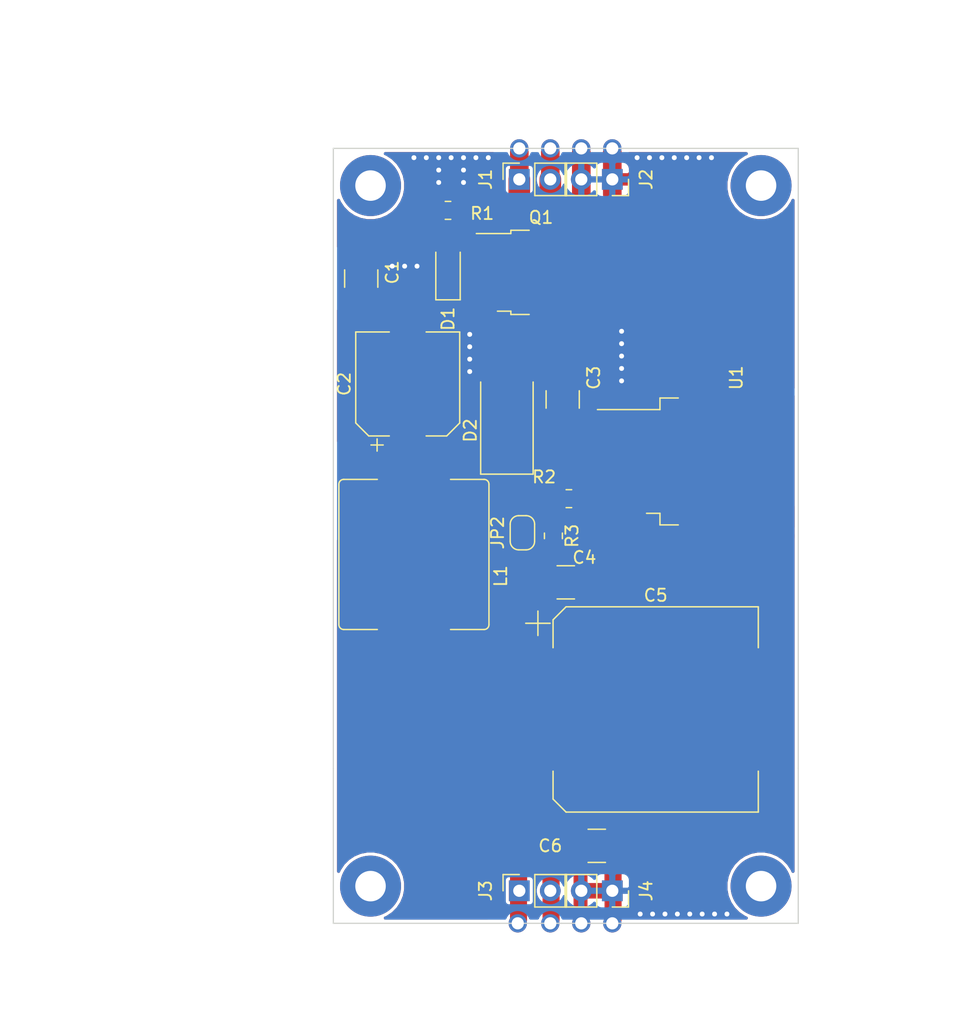
<source format=kicad_pcb>
(kicad_pcb (version 20171130) (host pcbnew "(5.1.10)-1")

  (general
    (thickness 1.6)
    (drawings 19)
    (tracks 95)
    (zones 0)
    (modules 23)
    (nets 8)
  )

  (page A4)
  (layers
    (0 F.Cu signal)
    (31 B.Cu signal hide)
    (32 B.Adhes user)
    (33 F.Adhes user)
    (34 B.Paste user)
    (35 F.Paste user)
    (36 B.SilkS user)
    (37 F.SilkS user)
    (38 B.Mask user)
    (39 F.Mask user)
    (40 Dwgs.User user)
    (41 Cmts.User user)
    (42 Eco1.User user)
    (43 Eco2.User user)
    (44 Edge.Cuts user)
    (45 Margin user)
    (46 B.CrtYd user)
    (47 F.CrtYd user)
    (48 B.Fab user)
    (49 F.Fab user)
  )

  (setup
    (last_trace_width 0.25)
    (user_trace_width 0.508)
    (user_trace_width 0.635)
    (user_trace_width 0.762)
    (user_trace_width 0.889)
    (user_trace_width 1.016)
    (user_trace_width 1.27)
    (user_trace_width 1.778)
    (trace_clearance 0.2)
    (zone_clearance 0.254)
    (zone_45_only no)
    (trace_min 0.2)
    (via_size 0.8)
    (via_drill 0.4)
    (via_min_size 0.4)
    (via_min_drill 0.3)
    (user_via 1.5 1)
    (uvia_size 0.3)
    (uvia_drill 0.1)
    (uvias_allowed no)
    (uvia_min_size 0.2)
    (uvia_min_drill 0.1)
    (edge_width 0.1)
    (segment_width 0.2)
    (pcb_text_width 0.3)
    (pcb_text_size 1.5 1.5)
    (mod_edge_width 0.12)
    (mod_text_size 1 1)
    (mod_text_width 0.15)
    (pad_size 1.524 1.524)
    (pad_drill 0.762)
    (pad_to_mask_clearance 0)
    (aux_axis_origin 0 0)
    (visible_elements 7FFFFFFF)
    (pcbplotparams
      (layerselection 0x010fc_ffffffff)
      (usegerberextensions false)
      (usegerberattributes true)
      (usegerberadvancedattributes true)
      (creategerberjobfile true)
      (excludeedgelayer true)
      (linewidth 0.100000)
      (plotframeref false)
      (viasonmask false)
      (mode 1)
      (useauxorigin false)
      (hpglpennumber 1)
      (hpglpenspeed 20)
      (hpglpendiameter 15.000000)
      (psnegative false)
      (psa4output false)
      (plotreference true)
      (plotvalue true)
      (plotinvisibletext false)
      (padsonsilk false)
      (subtractmaskfromsilk false)
      (outputformat 1)
      (mirror false)
      (drillshape 0)
      (scaleselection 1)
      (outputdirectory "Output/"))
  )

  (net 0 "")
  (net 1 GND1)
  (net 2 PInput)
  (net 3 Power_rail)
  (net 4 "Net-(D1-Pad2)")
  (net 5 /Buck_Out)
  (net 6 /FB)
  (net 7 /Input)

  (net_class Default "This is the default net class."
    (clearance 0.2)
    (trace_width 0.25)
    (via_dia 0.8)
    (via_drill 0.4)
    (uvia_dia 0.3)
    (uvia_drill 0.1)
    (add_net /Buck_Out)
    (add_net /FB)
    (add_net /Input)
    (add_net GND1)
    (add_net "Net-(D1-Pad2)")
    (add_net PInput)
    (add_net Power_rail)
  )

  (module MountingHole:MountingHole_2.5mm_Pad (layer F.Cu) (tedit 56D1B4CB) (tstamp 614D9F4F)
    (at 85.852 85.852)
    (descr "Mounting Hole 2.5mm")
    (tags "mounting hole 2.5mm")
    (attr virtual)
    (fp_text reference " " (at 0 -3.5) (layer F.SilkS)
      (effects (font (size 1 1) (thickness 0.15)))
    )
    (fp_text value MountingHole_2.5mm_Pad (at 0 3.5) (layer F.Fab)
      (effects (font (size 1 1) (thickness 0.15)))
    )
    (fp_circle (center 0 0) (end 2.75 0) (layer F.CrtYd) (width 0.05))
    (fp_circle (center 0 0) (end 2.5 0) (layer Cmts.User) (width 0.15))
    (fp_text user %R (at 0.3 0) (layer F.Fab)
      (effects (font (size 1 1) (thickness 0.15)))
    )
    (pad 1 thru_hole circle (at 0 0) (size 5 5) (drill 2.5) (layers *.Cu *.Mask))
  )

  (module MountingHole:MountingHole_2.5mm_Pad (layer F.Cu) (tedit 56D1B4CB) (tstamp 614D9F4F)
    (at 53.848 85.852)
    (descr "Mounting Hole 2.5mm")
    (tags "mounting hole 2.5mm")
    (attr virtual)
    (fp_text reference " " (at 0 -3.5) (layer F.SilkS)
      (effects (font (size 1 1) (thickness 0.15)))
    )
    (fp_text value MountingHole_2.5mm_Pad (at 0 3.5) (layer F.Fab)
      (effects (font (size 1 1) (thickness 0.15)))
    )
    (fp_circle (center 0 0) (end 2.75 0) (layer F.CrtYd) (width 0.05))
    (fp_circle (center 0 0) (end 2.5 0) (layer Cmts.User) (width 0.15))
    (fp_text user %R (at 0.3 0) (layer F.Fab)
      (effects (font (size 1 1) (thickness 0.15)))
    )
    (pad 1 thru_hole circle (at 0 0) (size 5 5) (drill 2.5) (layers *.Cu *.Mask))
  )

  (module MountingHole:MountingHole_2.5mm_Pad (layer F.Cu) (tedit 56D1B4CB) (tstamp 614D9F4F)
    (at 85.852 28.448)
    (descr "Mounting Hole 2.5mm")
    (tags "mounting hole 2.5mm")
    (attr virtual)
    (fp_text reference " " (at 0 -3.5) (layer F.SilkS)
      (effects (font (size 1 1) (thickness 0.15)))
    )
    (fp_text value MountingHole_2.5mm_Pad (at 0 3.5) (layer F.Fab)
      (effects (font (size 1 1) (thickness 0.15)))
    )
    (fp_circle (center 0 0) (end 2.75 0) (layer F.CrtYd) (width 0.05))
    (fp_circle (center 0 0) (end 2.5 0) (layer Cmts.User) (width 0.15))
    (fp_text user %R (at 0.3 0) (layer F.Fab)
      (effects (font (size 1 1) (thickness 0.15)))
    )
    (pad 1 thru_hole circle (at 0 0) (size 5 5) (drill 2.5) (layers *.Cu *.Mask))
  )

  (module MountingHole:MountingHole_2.5mm_Pad (layer F.Cu) (tedit 56D1B4CB) (tstamp 614D9F3D)
    (at 53.848 28.448)
    (descr "Mounting Hole 2.5mm")
    (tags "mounting hole 2.5mm")
    (attr virtual)
    (fp_text reference " " (at 0 -3.5) (layer F.SilkS)
      (effects (font (size 1 1) (thickness 0.15)))
    )
    (fp_text value MountingHole_2.5mm_Pad (at 0 3.5) (layer F.Fab)
      (effects (font (size 1 1) (thickness 0.15)))
    )
    (fp_circle (center 0 0) (end 2.75 0) (layer F.CrtYd) (width 0.05))
    (fp_circle (center 0 0) (end 2.5 0) (layer Cmts.User) (width 0.15))
    (fp_text user %R (at 0.3 0) (layer F.Fab)
      (effects (font (size 1 1) (thickness 0.15)))
    )
    (pad 1 thru_hole circle (at 0 0) (size 5 5) (drill 2.5) (layers *.Cu *.Mask))
  )

  (module Connector_PinSocket_2.54mm:PinSocket_1x02_P2.54mm_Vertical (layer F.Cu) (tedit 5A19A420) (tstamp 614CEE8B)
    (at 73.66 86.233 270)
    (descr "Through hole straight socket strip, 1x02, 2.54mm pitch, single row (from Kicad 4.0.7), script generated")
    (tags "Through hole socket strip THT 1x02 2.54mm single row")
    (path /614DBA97)
    (fp_text reference J4 (at 0 -2.77 90) (layer F.SilkS)
      (effects (font (size 1 1) (thickness 0.15)))
    )
    (fp_text value Conn_01x02 (at 0 5.31 90) (layer F.Fab)
      (effects (font (size 1 1) (thickness 0.15)))
    )
    (fp_line (start -1.8 4.3) (end -1.8 -1.8) (layer F.CrtYd) (width 0.05))
    (fp_line (start 1.75 4.3) (end -1.8 4.3) (layer F.CrtYd) (width 0.05))
    (fp_line (start 1.75 -1.8) (end 1.75 4.3) (layer F.CrtYd) (width 0.05))
    (fp_line (start -1.8 -1.8) (end 1.75 -1.8) (layer F.CrtYd) (width 0.05))
    (fp_line (start 0 -1.33) (end 1.33 -1.33) (layer F.SilkS) (width 0.12))
    (fp_line (start 1.33 -1.33) (end 1.33 0) (layer F.SilkS) (width 0.12))
    (fp_line (start 1.33 1.27) (end 1.33 3.87) (layer F.SilkS) (width 0.12))
    (fp_line (start -1.33 3.87) (end 1.33 3.87) (layer F.SilkS) (width 0.12))
    (fp_line (start -1.33 1.27) (end -1.33 3.87) (layer F.SilkS) (width 0.12))
    (fp_line (start -1.33 1.27) (end 1.33 1.27) (layer F.SilkS) (width 0.12))
    (fp_line (start -1.27 3.81) (end -1.27 -1.27) (layer F.Fab) (width 0.1))
    (fp_line (start 1.27 3.81) (end -1.27 3.81) (layer F.Fab) (width 0.1))
    (fp_line (start 1.27 -0.635) (end 1.27 3.81) (layer F.Fab) (width 0.1))
    (fp_line (start 0.635 -1.27) (end 1.27 -0.635) (layer F.Fab) (width 0.1))
    (fp_line (start -1.27 -1.27) (end 0.635 -1.27) (layer F.Fab) (width 0.1))
    (fp_text user %R (at 0 1.27) (layer F.Fab)
      (effects (font (size 1 1) (thickness 0.15)))
    )
    (pad 2 thru_hole oval (at 0 2.54 270) (size 1.7 1.7) (drill 1) (layers *.Cu *.Mask)
      (net 1 GND1))
    (pad 1 thru_hole rect (at 0 0 270) (size 1.7 1.7) (drill 1) (layers *.Cu *.Mask)
      (net 1 GND1))
    (model ${KISYS3DMOD}/Connector_PinSocket_2.54mm.3dshapes/PinSocket_1x02_P2.54mm_Vertical.wrl
      (at (xyz 0 0 0))
      (scale (xyz 1 1 1))
      (rotate (xyz 0 0 0))
    )
  )

  (module Connector_PinSocket_2.54mm:PinSocket_1x02_P2.54mm_Vertical (layer F.Cu) (tedit 5A19A420) (tstamp 614CEE75)
    (at 66.04 86.233 90)
    (descr "Through hole straight socket strip, 1x02, 2.54mm pitch, single row (from Kicad 4.0.7), script generated")
    (tags "Through hole socket strip THT 1x02 2.54mm single row")
    (path /614DA522)
    (fp_text reference J3 (at 0 -2.77 90) (layer F.SilkS)
      (effects (font (size 1 1) (thickness 0.15)))
    )
    (fp_text value Conn_01x02 (at 0 5.31 90) (layer F.Fab)
      (effects (font (size 1 1) (thickness 0.15)))
    )
    (fp_line (start -1.8 4.3) (end -1.8 -1.8) (layer F.CrtYd) (width 0.05))
    (fp_line (start 1.75 4.3) (end -1.8 4.3) (layer F.CrtYd) (width 0.05))
    (fp_line (start 1.75 -1.8) (end 1.75 4.3) (layer F.CrtYd) (width 0.05))
    (fp_line (start -1.8 -1.8) (end 1.75 -1.8) (layer F.CrtYd) (width 0.05))
    (fp_line (start 0 -1.33) (end 1.33 -1.33) (layer F.SilkS) (width 0.12))
    (fp_line (start 1.33 -1.33) (end 1.33 0) (layer F.SilkS) (width 0.12))
    (fp_line (start 1.33 1.27) (end 1.33 3.87) (layer F.SilkS) (width 0.12))
    (fp_line (start -1.33 3.87) (end 1.33 3.87) (layer F.SilkS) (width 0.12))
    (fp_line (start -1.33 1.27) (end -1.33 3.87) (layer F.SilkS) (width 0.12))
    (fp_line (start -1.33 1.27) (end 1.33 1.27) (layer F.SilkS) (width 0.12))
    (fp_line (start -1.27 3.81) (end -1.27 -1.27) (layer F.Fab) (width 0.1))
    (fp_line (start 1.27 3.81) (end -1.27 3.81) (layer F.Fab) (width 0.1))
    (fp_line (start 1.27 -0.635) (end 1.27 3.81) (layer F.Fab) (width 0.1))
    (fp_line (start 0.635 -1.27) (end 1.27 -0.635) (layer F.Fab) (width 0.1))
    (fp_line (start -1.27 -1.27) (end 0.635 -1.27) (layer F.Fab) (width 0.1))
    (fp_text user %R (at 0 1.27) (layer F.Fab)
      (effects (font (size 1 1) (thickness 0.15)))
    )
    (pad 2 thru_hole oval (at 0 2.54 90) (size 1.7 1.7) (drill 1) (layers *.Cu *.Mask)
      (net 3 Power_rail))
    (pad 1 thru_hole rect (at 0 0 90) (size 1.7 1.7) (drill 1) (layers *.Cu *.Mask)
      (net 3 Power_rail))
    (model ${KISYS3DMOD}/Connector_PinSocket_2.54mm.3dshapes/PinSocket_1x02_P2.54mm_Vertical.wrl
      (at (xyz 0 0 0))
      (scale (xyz 1 1 1))
      (rotate (xyz 0 0 0))
    )
  )

  (module Connector_PinSocket_2.54mm:PinSocket_1x02_P2.54mm_Vertical (layer F.Cu) (tedit 5A19A420) (tstamp 614CEE5F)
    (at 73.66 27.94 270)
    (descr "Through hole straight socket strip, 1x02, 2.54mm pitch, single row (from Kicad 4.0.7), script generated")
    (tags "Through hole socket strip THT 1x02 2.54mm single row")
    (path /614ED5BF)
    (fp_text reference J2 (at 0 -2.77 90) (layer F.SilkS)
      (effects (font (size 1 1) (thickness 0.15)))
    )
    (fp_text value Conn_01x02 (at 0 5.31 90) (layer F.Fab)
      (effects (font (size 1 1) (thickness 0.15)))
    )
    (fp_line (start -1.8 4.3) (end -1.8 -1.8) (layer F.CrtYd) (width 0.05))
    (fp_line (start 1.75 4.3) (end -1.8 4.3) (layer F.CrtYd) (width 0.05))
    (fp_line (start 1.75 -1.8) (end 1.75 4.3) (layer F.CrtYd) (width 0.05))
    (fp_line (start -1.8 -1.8) (end 1.75 -1.8) (layer F.CrtYd) (width 0.05))
    (fp_line (start 0 -1.33) (end 1.33 -1.33) (layer F.SilkS) (width 0.12))
    (fp_line (start 1.33 -1.33) (end 1.33 0) (layer F.SilkS) (width 0.12))
    (fp_line (start 1.33 1.27) (end 1.33 3.87) (layer F.SilkS) (width 0.12))
    (fp_line (start -1.33 3.87) (end 1.33 3.87) (layer F.SilkS) (width 0.12))
    (fp_line (start -1.33 1.27) (end -1.33 3.87) (layer F.SilkS) (width 0.12))
    (fp_line (start -1.33 1.27) (end 1.33 1.27) (layer F.SilkS) (width 0.12))
    (fp_line (start -1.27 3.81) (end -1.27 -1.27) (layer F.Fab) (width 0.1))
    (fp_line (start 1.27 3.81) (end -1.27 3.81) (layer F.Fab) (width 0.1))
    (fp_line (start 1.27 -0.635) (end 1.27 3.81) (layer F.Fab) (width 0.1))
    (fp_line (start 0.635 -1.27) (end 1.27 -0.635) (layer F.Fab) (width 0.1))
    (fp_line (start -1.27 -1.27) (end 0.635 -1.27) (layer F.Fab) (width 0.1))
    (fp_text user %R (at 0 1.27) (layer F.Fab)
      (effects (font (size 1 1) (thickness 0.15)))
    )
    (pad 2 thru_hole oval (at 0 2.54 270) (size 1.7 1.7) (drill 1) (layers *.Cu *.Mask)
      (net 1 GND1))
    (pad 1 thru_hole rect (at 0 0 270) (size 1.7 1.7) (drill 1) (layers *.Cu *.Mask)
      (net 1 GND1))
    (model ${KISYS3DMOD}/Connector_PinSocket_2.54mm.3dshapes/PinSocket_1x02_P2.54mm_Vertical.wrl
      (at (xyz 0 0 0))
      (scale (xyz 1 1 1))
      (rotate (xyz 0 0 0))
    )
  )

  (module Connector_PinSocket_2.54mm:PinSocket_1x02_P2.54mm_Vertical (layer F.Cu) (tedit 5A19A420) (tstamp 614CEE49)
    (at 66.04 27.94 90)
    (descr "Through hole straight socket strip, 1x02, 2.54mm pitch, single row (from Kicad 4.0.7), script generated")
    (tags "Through hole socket strip THT 1x02 2.54mm single row")
    (path /614EAD0B)
    (fp_text reference J1 (at 0 -2.77 90) (layer F.SilkS)
      (effects (font (size 1 1) (thickness 0.15)))
    )
    (fp_text value Conn_01x02 (at 0 5.31 90) (layer F.Fab)
      (effects (font (size 1 1) (thickness 0.15)))
    )
    (fp_line (start -1.8 4.3) (end -1.8 -1.8) (layer F.CrtYd) (width 0.05))
    (fp_line (start 1.75 4.3) (end -1.8 4.3) (layer F.CrtYd) (width 0.05))
    (fp_line (start 1.75 -1.8) (end 1.75 4.3) (layer F.CrtYd) (width 0.05))
    (fp_line (start -1.8 -1.8) (end 1.75 -1.8) (layer F.CrtYd) (width 0.05))
    (fp_line (start 0 -1.33) (end 1.33 -1.33) (layer F.SilkS) (width 0.12))
    (fp_line (start 1.33 -1.33) (end 1.33 0) (layer F.SilkS) (width 0.12))
    (fp_line (start 1.33 1.27) (end 1.33 3.87) (layer F.SilkS) (width 0.12))
    (fp_line (start -1.33 3.87) (end 1.33 3.87) (layer F.SilkS) (width 0.12))
    (fp_line (start -1.33 1.27) (end -1.33 3.87) (layer F.SilkS) (width 0.12))
    (fp_line (start -1.33 1.27) (end 1.33 1.27) (layer F.SilkS) (width 0.12))
    (fp_line (start -1.27 3.81) (end -1.27 -1.27) (layer F.Fab) (width 0.1))
    (fp_line (start 1.27 3.81) (end -1.27 3.81) (layer F.Fab) (width 0.1))
    (fp_line (start 1.27 -0.635) (end 1.27 3.81) (layer F.Fab) (width 0.1))
    (fp_line (start 0.635 -1.27) (end 1.27 -0.635) (layer F.Fab) (width 0.1))
    (fp_line (start -1.27 -1.27) (end 0.635 -1.27) (layer F.Fab) (width 0.1))
    (fp_text user %R (at 0 1.27) (layer F.Fab)
      (effects (font (size 1 1) (thickness 0.15)))
    )
    (pad 2 thru_hole oval (at 0 2.54 90) (size 1.7 1.7) (drill 1) (layers *.Cu *.Mask)
      (net 7 /Input))
    (pad 1 thru_hole rect (at 0 0 90) (size 1.7 1.7) (drill 1) (layers *.Cu *.Mask)
      (net 7 /Input))
    (model ${KISYS3DMOD}/Connector_PinSocket_2.54mm.3dshapes/PinSocket_1x02_P2.54mm_Vertical.wrl
      (at (xyz 0 0 0))
      (scale (xyz 1 1 1))
      (rotate (xyz 0 0 0))
    )
  )

  (module Package_TO_SOT_SMD:TO-263-5_TabPin3 (layer F.Cu) (tedit 5A70FBB6) (tstamp 614200BF)
    (at 80.518 51.054)
    (descr "TO-263 / D2PAK / DDPAK SMD package, http://www.infineon.com/cms/en/product/packages/PG-TO263/PG-TO263-5-1/")
    (tags "D2PAK DDPAK TO-263 D2PAK-5 TO-263-5 SOT-426")
    (path /61414D30)
    (attr smd)
    (fp_text reference U1 (at 3.302 -6.858 270) (layer F.SilkS)
      (effects (font (size 1 1) (thickness 0.15)))
    )
    (fp_text value LM2576HVS-ADJ (at 0 6.65) (layer F.Fab)
      (effects (font (size 1 1) (thickness 0.15)))
    )
    (fp_line (start 6.5 -5) (end 7.5 -5) (layer F.Fab) (width 0.1))
    (fp_line (start 7.5 -5) (end 7.5 5) (layer F.Fab) (width 0.1))
    (fp_line (start 7.5 5) (end 6.5 5) (layer F.Fab) (width 0.1))
    (fp_line (start 6.5 -5) (end 6.5 5) (layer F.Fab) (width 0.1))
    (fp_line (start 6.5 5) (end -2.75 5) (layer F.Fab) (width 0.1))
    (fp_line (start -2.75 5) (end -2.75 -4) (layer F.Fab) (width 0.1))
    (fp_line (start -2.75 -4) (end -1.75 -5) (layer F.Fab) (width 0.1))
    (fp_line (start -1.75 -5) (end 6.5 -5) (layer F.Fab) (width 0.1))
    (fp_line (start -2.75 -3.8) (end -7.45 -3.8) (layer F.Fab) (width 0.1))
    (fp_line (start -7.45 -3.8) (end -7.45 -3) (layer F.Fab) (width 0.1))
    (fp_line (start -7.45 -3) (end -2.75 -3) (layer F.Fab) (width 0.1))
    (fp_line (start -2.75 -2.1) (end -7.45 -2.1) (layer F.Fab) (width 0.1))
    (fp_line (start -7.45 -2.1) (end -7.45 -1.3) (layer F.Fab) (width 0.1))
    (fp_line (start -7.45 -1.3) (end -2.75 -1.3) (layer F.Fab) (width 0.1))
    (fp_line (start -2.75 -0.4) (end -7.45 -0.4) (layer F.Fab) (width 0.1))
    (fp_line (start -7.45 -0.4) (end -7.45 0.4) (layer F.Fab) (width 0.1))
    (fp_line (start -7.45 0.4) (end -2.75 0.4) (layer F.Fab) (width 0.1))
    (fp_line (start -2.75 1.3) (end -7.45 1.3) (layer F.Fab) (width 0.1))
    (fp_line (start -7.45 1.3) (end -7.45 2.1) (layer F.Fab) (width 0.1))
    (fp_line (start -7.45 2.1) (end -2.75 2.1) (layer F.Fab) (width 0.1))
    (fp_line (start -2.75 3) (end -7.45 3) (layer F.Fab) (width 0.1))
    (fp_line (start -7.45 3) (end -7.45 3.8) (layer F.Fab) (width 0.1))
    (fp_line (start -7.45 3.8) (end -2.75 3.8) (layer F.Fab) (width 0.1))
    (fp_line (start -1.45 -5.2) (end -2.95 -5.2) (layer F.SilkS) (width 0.12))
    (fp_line (start -2.95 -5.2) (end -2.95 -4.25) (layer F.SilkS) (width 0.12))
    (fp_line (start -2.95 -4.25) (end -8.075 -4.25) (layer F.SilkS) (width 0.12))
    (fp_line (start -1.45 5.2) (end -2.95 5.2) (layer F.SilkS) (width 0.12))
    (fp_line (start -2.95 5.2) (end -2.95 4.25) (layer F.SilkS) (width 0.12))
    (fp_line (start -2.95 4.25) (end -4.05 4.25) (layer F.SilkS) (width 0.12))
    (fp_line (start -8.32 -5.65) (end -8.32 5.65) (layer F.CrtYd) (width 0.05))
    (fp_line (start -8.32 5.65) (end 8.32 5.65) (layer F.CrtYd) (width 0.05))
    (fp_line (start 8.32 5.65) (end 8.32 -5.65) (layer F.CrtYd) (width 0.05))
    (fp_line (start 8.32 -5.65) (end -8.32 -5.65) (layer F.CrtYd) (width 0.05))
    (fp_text user %R (at 0 0) (layer F.Fab)
      (effects (font (size 1 1) (thickness 0.15)))
    )
    (pad "" smd rect (at 0.95 2.775) (size 4.55 5.25) (layers F.Paste))
    (pad "" smd rect (at 5.8 -2.775) (size 4.55 5.25) (layers F.Paste))
    (pad "" smd rect (at 0.95 -2.775) (size 4.55 5.25) (layers F.Paste))
    (pad "" smd rect (at 5.8 2.775) (size 4.55 5.25) (layers F.Paste))
    (pad 3 smd rect (at 3.375 0) (size 9.4 10.8) (layers F.Cu F.Mask)
      (net 1 GND1))
    (pad 5 smd rect (at -5.775 3.4) (size 4.6 1.1) (layers F.Cu F.Paste F.Mask)
      (net 1 GND1))
    (pad 4 smd rect (at -5.775 1.7) (size 4.6 1.1) (layers F.Cu F.Paste F.Mask)
      (net 6 /FB))
    (pad 3 smd rect (at -5.775 0) (size 4.6 1.1) (layers F.Cu F.Paste F.Mask)
      (net 1 GND1))
    (pad 2 smd rect (at -5.775 -1.7) (size 4.6 1.1) (layers F.Cu F.Paste F.Mask)
      (net 5 /Buck_Out))
    (pad 1 smd rect (at -5.775 -3.4) (size 4.6 1.1) (layers F.Cu F.Paste F.Mask)
      (net 2 PInput))
    (model ${KISYS3DMOD}/Package_TO_SOT_SMD.3dshapes/TO-263-5_TabPin3.wrl
      (at (xyz 0 0 0))
      (scale (xyz 1 1 1))
      (rotate (xyz 0 0 0))
    )
  )

  (module Resistor_SMD:R_0805_2012Metric_Pad1.20x1.40mm_HandSolder (layer F.Cu) (tedit 5F68FEEE) (tstamp 6142008F)
    (at 60.198 30.48)
    (descr "Resistor SMD 0805 (2012 Metric), square (rectangular) end terminal, IPC_7351 nominal with elongated pad for handsoldering. (Body size source: IPC-SM-782 page 72, https://www.pcb-3d.com/wordpress/wp-content/uploads/ipc-sm-782a_amendment_1_and_2.pdf), generated with kicad-footprint-generator")
    (tags "resistor handsolder")
    (path /61419BEA)
    (attr smd)
    (fp_text reference R1 (at 2.794 0.254) (layer F.SilkS)
      (effects (font (size 1 1) (thickness 0.15)))
    )
    (fp_text value 100k (at 0 -2.54) (layer F.Fab)
      (effects (font (size 1 1) (thickness 0.15)))
    )
    (fp_line (start -1 0.625) (end -1 -0.625) (layer F.Fab) (width 0.1))
    (fp_line (start -1 -0.625) (end 1 -0.625) (layer F.Fab) (width 0.1))
    (fp_line (start 1 -0.625) (end 1 0.625) (layer F.Fab) (width 0.1))
    (fp_line (start 1 0.625) (end -1 0.625) (layer F.Fab) (width 0.1))
    (fp_line (start -0.227064 -0.735) (end 0.227064 -0.735) (layer F.SilkS) (width 0.12))
    (fp_line (start -0.227064 0.735) (end 0.227064 0.735) (layer F.SilkS) (width 0.12))
    (fp_line (start -1.85 0.95) (end -1.85 -0.95) (layer F.CrtYd) (width 0.05))
    (fp_line (start -1.85 -0.95) (end 1.85 -0.95) (layer F.CrtYd) (width 0.05))
    (fp_line (start 1.85 -0.95) (end 1.85 0.95) (layer F.CrtYd) (width 0.05))
    (fp_line (start 1.85 0.95) (end -1.85 0.95) (layer F.CrtYd) (width 0.05))
    (fp_text user %R (at 0 0) (layer F.Fab)
      (effects (font (size 0.5 0.5) (thickness 0.08)))
    )
    (pad 2 smd roundrect (at 1 0) (size 1.2 1.4) (layers F.Cu F.Paste F.Mask) (roundrect_rratio 0.2083325)
      (net 1 GND1))
    (pad 1 smd roundrect (at -1 0) (size 1.2 1.4) (layers F.Cu F.Paste F.Mask) (roundrect_rratio 0.2083325)
      (net 4 "Net-(D1-Pad2)"))
    (model ${KISYS3DMOD}/Resistor_SMD.3dshapes/R_0805_2012Metric.wrl
      (at (xyz 0 0 0))
      (scale (xyz 1 1 1))
      (rotate (xyz 0 0 0))
    )
  )

  (module Resistor_SMD:R_0805_2012Metric_Pad1.20x1.40mm_HandSolder (layer F.Cu) (tedit 5F68FEEE) (tstamp 6142007E)
    (at 68.834 57.15 270)
    (descr "Resistor SMD 0805 (2012 Metric), square (rectangular) end terminal, IPC_7351 nominal with elongated pad for handsoldering. (Body size source: IPC-SM-782 page 72, https://www.pcb-3d.com/wordpress/wp-content/uploads/ipc-sm-782a_amendment_1_and_2.pdf), generated with kicad-footprint-generator")
    (tags "resistor handsolder")
    (path /6141FBDF)
    (attr smd)
    (fp_text reference R3 (at 0 -1.524 90) (layer F.SilkS)
      (effects (font (size 1 1) (thickness 0.15)))
    )
    (fp_text value R (at 0 -1.524 90) (layer F.Fab)
      (effects (font (size 1 1) (thickness 0.15)))
    )
    (fp_line (start -1 0.625) (end -1 -0.625) (layer F.Fab) (width 0.1))
    (fp_line (start -1 -0.625) (end 1 -0.625) (layer F.Fab) (width 0.1))
    (fp_line (start 1 -0.625) (end 1 0.625) (layer F.Fab) (width 0.1))
    (fp_line (start 1 0.625) (end -1 0.625) (layer F.Fab) (width 0.1))
    (fp_line (start -0.227064 -0.735) (end 0.227064 -0.735) (layer F.SilkS) (width 0.12))
    (fp_line (start -0.227064 0.735) (end 0.227064 0.735) (layer F.SilkS) (width 0.12))
    (fp_line (start -1.85 0.95) (end -1.85 -0.95) (layer F.CrtYd) (width 0.05))
    (fp_line (start -1.85 -0.95) (end 1.85 -0.95) (layer F.CrtYd) (width 0.05))
    (fp_line (start 1.85 -0.95) (end 1.85 0.95) (layer F.CrtYd) (width 0.05))
    (fp_line (start 1.85 0.95) (end -1.85 0.95) (layer F.CrtYd) (width 0.05))
    (fp_text user %R (at 0 0 90) (layer F.Fab)
      (effects (font (size 0.5 0.5) (thickness 0.08)))
    )
    (pad 2 smd roundrect (at 1 0 270) (size 1.2 1.4) (layers F.Cu F.Paste F.Mask) (roundrect_rratio 0.2083325)
      (net 3 Power_rail))
    (pad 1 smd roundrect (at -1 0 270) (size 1.2 1.4) (layers F.Cu F.Paste F.Mask) (roundrect_rratio 0.2083325)
      (net 6 /FB))
    (model ${KISYS3DMOD}/Resistor_SMD.3dshapes/R_0805_2012Metric.wrl
      (at (xyz 0 0 0))
      (scale (xyz 1 1 1))
      (rotate (xyz 0 0 0))
    )
  )

  (module Resistor_SMD:R_0805_2012Metric_Pad1.20x1.40mm_HandSolder (layer F.Cu) (tedit 5F68FEEE) (tstamp 6142006D)
    (at 70.104 54.102)
    (descr "Resistor SMD 0805 (2012 Metric), square (rectangular) end terminal, IPC_7351 nominal with elongated pad for handsoldering. (Body size source: IPC-SM-782 page 72, https://www.pcb-3d.com/wordpress/wp-content/uploads/ipc-sm-782a_amendment_1_and_2.pdf), generated with kicad-footprint-generator")
    (tags "resistor handsolder")
    (path /61421F64)
    (attr smd)
    (fp_text reference R2 (at -2.032 -1.778) (layer F.SilkS)
      (effects (font (size 1 1) (thickness 0.15)))
    )
    (fp_text value R (at 0 -1.524) (layer F.Fab)
      (effects (font (size 1 1) (thickness 0.15)))
    )
    (fp_line (start -1 0.625) (end -1 -0.625) (layer F.Fab) (width 0.1))
    (fp_line (start -1 -0.625) (end 1 -0.625) (layer F.Fab) (width 0.1))
    (fp_line (start 1 -0.625) (end 1 0.625) (layer F.Fab) (width 0.1))
    (fp_line (start 1 0.625) (end -1 0.625) (layer F.Fab) (width 0.1))
    (fp_line (start -0.227064 -0.735) (end 0.227064 -0.735) (layer F.SilkS) (width 0.12))
    (fp_line (start -0.227064 0.735) (end 0.227064 0.735) (layer F.SilkS) (width 0.12))
    (fp_line (start -1.85 0.95) (end -1.85 -0.95) (layer F.CrtYd) (width 0.05))
    (fp_line (start -1.85 -0.95) (end 1.85 -0.95) (layer F.CrtYd) (width 0.05))
    (fp_line (start 1.85 -0.95) (end 1.85 0.95) (layer F.CrtYd) (width 0.05))
    (fp_line (start 1.85 0.95) (end -1.85 0.95) (layer F.CrtYd) (width 0.05))
    (fp_text user %R (at 0 0) (layer F.Fab)
      (effects (font (size 0.5 0.5) (thickness 0.08)))
    )
    (pad 2 smd roundrect (at 1 0) (size 1.2 1.4) (layers F.Cu F.Paste F.Mask) (roundrect_rratio 0.2083325)
      (net 1 GND1))
    (pad 1 smd roundrect (at -1 0) (size 1.2 1.4) (layers F.Cu F.Paste F.Mask) (roundrect_rratio 0.2083325)
      (net 6 /FB))
    (model ${KISYS3DMOD}/Resistor_SMD.3dshapes/R_0805_2012Metric.wrl
      (at (xyz 0 0 0))
      (scale (xyz 1 1 1))
      (rotate (xyz 0 0 0))
    )
  )

  (module Package_TO_SOT_SMD:TO-252-3_TabPin2 (layer F.Cu) (tedit 5A70F30B) (tstamp 6142004B)
    (at 67.818 35.56)
    (descr "TO-252 / DPAK SMD package, http://www.infineon.com/cms/en/product/packages/PG-TO252/PG-TO252-3-1/")
    (tags "DPAK TO-252 DPAK-3 TO-252-3 SOT-428")
    (path /61417CE1)
    (attr smd)
    (fp_text reference Q1 (at 0 -4.5) (layer F.SilkS)
      (effects (font (size 1 1) (thickness 0.15)))
    )
    (fp_text value Q_PMOS_GDS (at 0 -5.08) (layer F.Fab)
      (effects (font (size 1 1) (thickness 0.15)))
    )
    (fp_line (start 3.95 -2.7) (end 4.95 -2.7) (layer F.Fab) (width 0.1))
    (fp_line (start 4.95 -2.7) (end 4.95 2.7) (layer F.Fab) (width 0.1))
    (fp_line (start 4.95 2.7) (end 3.95 2.7) (layer F.Fab) (width 0.1))
    (fp_line (start 3.95 -3.25) (end 3.95 3.25) (layer F.Fab) (width 0.1))
    (fp_line (start 3.95 3.25) (end -2.27 3.25) (layer F.Fab) (width 0.1))
    (fp_line (start -2.27 3.25) (end -2.27 -2.25) (layer F.Fab) (width 0.1))
    (fp_line (start -2.27 -2.25) (end -1.27 -3.25) (layer F.Fab) (width 0.1))
    (fp_line (start -1.27 -3.25) (end 3.95 -3.25) (layer F.Fab) (width 0.1))
    (fp_line (start -1.865 -2.655) (end -4.97 -2.655) (layer F.Fab) (width 0.1))
    (fp_line (start -4.97 -2.655) (end -4.97 -1.905) (layer F.Fab) (width 0.1))
    (fp_line (start -4.97 -1.905) (end -2.27 -1.905) (layer F.Fab) (width 0.1))
    (fp_line (start -2.27 -0.375) (end -4.97 -0.375) (layer F.Fab) (width 0.1))
    (fp_line (start -4.97 -0.375) (end -4.97 0.375) (layer F.Fab) (width 0.1))
    (fp_line (start -4.97 0.375) (end -2.27 0.375) (layer F.Fab) (width 0.1))
    (fp_line (start -2.27 1.905) (end -4.97 1.905) (layer F.Fab) (width 0.1))
    (fp_line (start -4.97 1.905) (end -4.97 2.655) (layer F.Fab) (width 0.1))
    (fp_line (start -4.97 2.655) (end -2.27 2.655) (layer F.Fab) (width 0.1))
    (fp_line (start -0.97 -3.45) (end -2.47 -3.45) (layer F.SilkS) (width 0.12))
    (fp_line (start -2.47 -3.45) (end -2.47 -3.18) (layer F.SilkS) (width 0.12))
    (fp_line (start -2.47 -3.18) (end -5.3 -3.18) (layer F.SilkS) (width 0.12))
    (fp_line (start -0.97 3.45) (end -2.47 3.45) (layer F.SilkS) (width 0.12))
    (fp_line (start -2.47 3.45) (end -2.47 3.18) (layer F.SilkS) (width 0.12))
    (fp_line (start -2.47 3.18) (end -3.57 3.18) (layer F.SilkS) (width 0.12))
    (fp_line (start -5.55 -3.5) (end -5.55 3.5) (layer F.CrtYd) (width 0.05))
    (fp_line (start -5.55 3.5) (end 5.55 3.5) (layer F.CrtYd) (width 0.05))
    (fp_line (start 5.55 3.5) (end 5.55 -3.5) (layer F.CrtYd) (width 0.05))
    (fp_line (start 5.55 -3.5) (end -5.55 -3.5) (layer F.CrtYd) (width 0.05))
    (fp_text user %R (at 0 0) (layer F.Fab)
      (effects (font (size 1 1) (thickness 0.15)))
    )
    (pad "" smd rect (at 0.425 1.525) (size 3.05 2.75) (layers F.Paste))
    (pad "" smd rect (at 3.775 -1.525) (size 3.05 2.75) (layers F.Paste))
    (pad "" smd rect (at 0.425 -1.525) (size 3.05 2.75) (layers F.Paste))
    (pad "" smd rect (at 3.775 1.525) (size 3.05 2.75) (layers F.Paste))
    (pad 2 smd rect (at 2.1 0) (size 6.4 5.8) (layers F.Cu F.Mask)
      (net 7 /Input))
    (pad 3 smd rect (at -4.2 2.28) (size 2.2 1.2) (layers F.Cu F.Paste F.Mask)
      (net 2 PInput))
    (pad 2 smd rect (at -4.2 0) (size 2.2 1.2) (layers F.Cu F.Paste F.Mask)
      (net 7 /Input))
    (pad 1 smd rect (at -4.2 -2.28) (size 2.2 1.2) (layers F.Cu F.Paste F.Mask)
      (net 4 "Net-(D1-Pad2)"))
    (model ${KISYS3DMOD}/Package_TO_SOT_SMD.3dshapes/TO-252-3_TabPin2.wrl
      (at (xyz 0 0 0))
      (scale (xyz 1 1 1))
      (rotate (xyz 0 0 0))
    )
  )

  (module Inductor_SMD:L_Bourns_SRR1210A (layer F.Cu) (tedit 5B853E9E) (tstamp 61420023)
    (at 57.404 58.674 270)
    (descr "Bourns SRR1210A series SMD inductor https://www.bourns.com/docs/Product-Datasheets/SRR1210A.pdf")
    (tags "Bourns SRR1210A SMD inductor")
    (path /6141CBBA)
    (attr smd)
    (fp_text reference L1 (at 1.778 -7.112 90) (layer F.SilkS)
      (effects (font (size 1 1) (thickness 0.15)))
    )
    (fp_text value L (at 0 7.4 90) (layer F.Fab)
      (effects (font (size 1 1) (thickness 0.15)))
    )
    (fp_circle (center 0 0) (end 0 -5.6) (layer F.Fab) (width 0.1))
    (fp_line (start -5.75 -6) (end 5.75 -6) (layer F.Fab) (width 0.1))
    (fp_line (start -4 2) (end -4 -2) (layer F.Fab) (width 0.1))
    (fp_line (start -6 -5.75) (end -6 5.75) (layer F.Fab) (width 0.1))
    (fp_line (start 5.75 6) (end -5.75 6) (layer F.Fab) (width 0.1))
    (fp_line (start 6 -5.75) (end 6 5.75) (layer F.Fab) (width 0.1))
    (fp_line (start 4 -2) (end 4 2) (layer F.Fab) (width 0.1))
    (fp_line (start -5.75 -6.15) (end 5.75 -6.15) (layer F.SilkS) (width 0.12))
    (fp_line (start -6.15 -5.75) (end -6.15 -3) (layer F.SilkS) (width 0.12))
    (fp_line (start 5.75 6.15) (end -5.75 6.15) (layer F.SilkS) (width 0.12))
    (fp_line (start 6.15 -5.75) (end 6.15 -3) (layer F.SilkS) (width 0.12))
    (fp_line (start -5.75 -6.25) (end 5.75 -6.25) (layer F.CrtYd) (width 0.05))
    (fp_line (start -6.25 5.75) (end -6.25 2.9) (layer F.CrtYd) (width 0.05))
    (fp_line (start 5.75 6.25) (end -5.75 6.25) (layer F.CrtYd) (width 0.05))
    (fp_line (start 6.25 2.9) (end 6.25 5.75) (layer F.CrtYd) (width 0.05))
    (fp_line (start -6.15 3) (end -6.15 5.75) (layer F.SilkS) (width 0.12))
    (fp_line (start 6.15 3) (end 6.15 5.75) (layer F.SilkS) (width 0.12))
    (fp_line (start 6.7 -2.9) (end 6.25 -2.9) (layer F.CrtYd) (width 0.05))
    (fp_line (start 6.7 -2.9) (end 6.7 2.9) (layer F.CrtYd) (width 0.05))
    (fp_line (start 6.7 2.9) (end 6.25 2.9) (layer F.CrtYd) (width 0.05))
    (fp_line (start 6.25 -5.75) (end 6.25 -2.9) (layer F.CrtYd) (width 0.05))
    (fp_line (start -6.7 -2.9) (end -6.25 -2.9) (layer F.CrtYd) (width 0.05))
    (fp_line (start -6.25 2.9) (end -6.7 2.9) (layer F.CrtYd) (width 0.05))
    (fp_line (start -6.7 -2.9) (end -6.7 2.9) (layer F.CrtYd) (width 0.05))
    (fp_line (start -6.25 -5.75) (end -6.25 -2.9) (layer F.CrtYd) (width 0.05))
    (fp_arc (start 5.75 -5.75) (end 6.25 -5.75) (angle -90) (layer F.CrtYd) (width 0.05))
    (fp_arc (start 5.75 5.75) (end 5.75 6.25) (angle -90) (layer F.CrtYd) (width 0.05))
    (fp_arc (start -5.75 5.75) (end -6.25 5.75) (angle -90) (layer F.CrtYd) (width 0.05))
    (fp_arc (start -5.75 -5.75) (end -5.75 -6.25) (angle -90) (layer F.CrtYd) (width 0.05))
    (fp_arc (start 5.75 -5.75) (end 6.15 -5.75) (angle -90) (layer F.SilkS) (width 0.12))
    (fp_arc (start 5.75 5.75) (end 5.75 6.15) (angle -90) (layer F.SilkS) (width 0.12))
    (fp_arc (start -5.75 5.75) (end -6.15 5.75) (angle -90) (layer F.SilkS) (width 0.12))
    (fp_arc (start -5.75 -5.75) (end -5.75 -6.15) (angle -90) (layer F.SilkS) (width 0.12))
    (fp_arc (start -5.75 5.75) (end -6 5.75) (angle -90) (layer F.Fab) (width 0.1))
    (fp_arc (start 5.75 5.75) (end 5.75 6) (angle -90) (layer F.Fab) (width 0.1))
    (fp_arc (start 5.75 -5.75) (end 6 -5.75) (angle -90) (layer F.Fab) (width 0.1))
    (fp_arc (start -5.75 -5.75) (end -5.75 -6) (angle -90) (layer F.Fab) (width 0.1))
    (fp_text user %R (at 0 0 90) (layer F.Fab)
      (effects (font (size 1 1) (thickness 0.15)))
    )
    (pad 1 smd rect (at -5.05 0 270) (size 2.8 5.3) (layers F.Cu F.Paste F.Mask)
      (net 5 /Buck_Out))
    (pad 2 smd rect (at 5.05 0 270) (size 2.8 5.3) (layers F.Cu F.Paste F.Mask)
      (net 3 Power_rail))
    (model ${KISYS3DMOD}/Inductor_SMD.3dshapes/L_Bourns_SRR1210A.wrl
      (at (xyz 0 0 0))
      (scale (xyz 1 1 1))
      (rotate (xyz 0 0 0))
    )
  )

  (module Jumper:SolderJumper-2_P1.3mm_Open_RoundedPad1.0x1.5mm (layer F.Cu) (tedit 5B391E66) (tstamp 6141FFF7)
    (at 66.294 56.896 270)
    (descr "SMD Solder Jumper, 1x1.5mm, rounded Pads, 0.3mm gap, open")
    (tags "solder jumper open")
    (path /614248F0)
    (attr virtual)
    (fp_text reference JP2 (at 0 2.032 90) (layer F.SilkS)
      (effects (font (size 1 1) (thickness 0.15)))
    )
    (fp_text value fixed (at 0 1.9 90) (layer F.Fab)
      (effects (font (size 1 1) (thickness 0.15)))
    )
    (fp_line (start -1.4 0.3) (end -1.4 -0.3) (layer F.SilkS) (width 0.12))
    (fp_line (start 0.7 1) (end -0.7 1) (layer F.SilkS) (width 0.12))
    (fp_line (start 1.4 -0.3) (end 1.4 0.3) (layer F.SilkS) (width 0.12))
    (fp_line (start -0.7 -1) (end 0.7 -1) (layer F.SilkS) (width 0.12))
    (fp_line (start -1.65 -1.25) (end 1.65 -1.25) (layer F.CrtYd) (width 0.05))
    (fp_line (start -1.65 -1.25) (end -1.65 1.25) (layer F.CrtYd) (width 0.05))
    (fp_line (start 1.65 1.25) (end 1.65 -1.25) (layer F.CrtYd) (width 0.05))
    (fp_line (start 1.65 1.25) (end -1.65 1.25) (layer F.CrtYd) (width 0.05))
    (fp_arc (start -0.7 -0.3) (end -0.7 -1) (angle -90) (layer F.SilkS) (width 0.12))
    (fp_arc (start -0.7 0.3) (end -1.4 0.3) (angle -90) (layer F.SilkS) (width 0.12))
    (fp_arc (start 0.7 0.3) (end 0.7 1) (angle -90) (layer F.SilkS) (width 0.12))
    (fp_arc (start 0.7 -0.3) (end 1.4 -0.3) (angle -90) (layer F.SilkS) (width 0.12))
    (pad 2 smd custom (at 0.65 0 270) (size 1 0.5) (layers F.Cu F.Mask)
      (net 3 Power_rail) (zone_connect 2)
      (options (clearance outline) (anchor rect))
      (primitives
        (gr_circle (center 0 0.25) (end 0.5 0.25) (width 0))
        (gr_circle (center 0 -0.25) (end 0.5 -0.25) (width 0))
        (gr_poly (pts
           (xy 0 -0.75) (xy -0.5 -0.75) (xy -0.5 0.75) (xy 0 0.75)) (width 0))
      ))
    (pad 1 smd custom (at -0.65 0 270) (size 1 0.5) (layers F.Cu F.Mask)
      (net 6 /FB) (zone_connect 2)
      (options (clearance outline) (anchor rect))
      (primitives
        (gr_circle (center 0 0.25) (end 0.5 0.25) (width 0))
        (gr_circle (center 0 -0.25) (end 0.5 -0.25) (width 0))
        (gr_poly (pts
           (xy 0 -0.75) (xy 0.5 -0.75) (xy 0.5 0.75) (xy 0 0.75)) (width 0))
      ))
  )

  (module Diode_SMD:D_SMA-SMB_Universal_Handsoldering (layer F.Cu) (tedit 5864381A) (tstamp 6141FFA6)
    (at 65.024 47.244 90)
    (descr "Diode, Universal, SMA (DO-214AC) or SMB (DO-214AA), Handsoldering,")
    (tags "Diode Universal SMA (DO-214AC) SMB (DO-214AA) Handsoldering ")
    (path /6141C324)
    (attr smd)
    (fp_text reference D2 (at -1.27 -3 90) (layer F.SilkS)
      (effects (font (size 1 1) (thickness 0.15)))
    )
    (fp_text value D_Schottky (at 0 -2.54 90) (layer F.Fab)
      (effects (font (size 1 1) (thickness 0.15)))
    )
    (fp_line (start -4.85 -2.15) (end -4.85 2.15) (layer F.SilkS) (width 0.12))
    (fp_line (start 2.3 2) (end -2.3 2) (layer F.Fab) (width 0.1))
    (fp_line (start -2.3 2) (end -2.3 -2) (layer F.Fab) (width 0.1))
    (fp_line (start 2.3 -2) (end 2.3 2) (layer F.Fab) (width 0.1))
    (fp_line (start 2.3 -2) (end -2.3 -2) (layer F.Fab) (width 0.1))
    (fp_line (start 2.3 1.5) (end -2.3 1.5) (layer F.Fab) (width 0.1))
    (fp_line (start -2.3 1.5) (end -2.3 -1.5) (layer F.Fab) (width 0.1))
    (fp_line (start 2.3 -1.5) (end 2.3 1.5) (layer F.Fab) (width 0.1))
    (fp_line (start 2.3 -1.5) (end -2.3 -1.5) (layer F.Fab) (width 0.1))
    (fp_line (start -4.95 -2.25) (end 4.95 -2.25) (layer F.CrtYd) (width 0.05))
    (fp_line (start 4.95 -2.25) (end 4.95 2.25) (layer F.CrtYd) (width 0.05))
    (fp_line (start 4.95 2.25) (end -4.95 2.25) (layer F.CrtYd) (width 0.05))
    (fp_line (start -4.95 2.25) (end -4.95 -2.25) (layer F.CrtYd) (width 0.05))
    (fp_line (start -0.64944 0.00102) (end -1.55114 0.00102) (layer F.Fab) (width 0.1))
    (fp_line (start 0.50118 0.00102) (end 1.4994 0.00102) (layer F.Fab) (width 0.1))
    (fp_line (start -0.64944 -0.79908) (end -0.64944 0.80112) (layer F.Fab) (width 0.1))
    (fp_line (start 0.50118 0.75032) (end 0.50118 -0.79908) (layer F.Fab) (width 0.1))
    (fp_line (start -0.64944 0.00102) (end 0.50118 0.75032) (layer F.Fab) (width 0.1))
    (fp_line (start -0.64944 0.00102) (end 0.50118 -0.79908) (layer F.Fab) (width 0.1))
    (fp_line (start -4.85 2.15) (end 2.7 2.15) (layer F.SilkS) (width 0.12))
    (fp_line (start -4.85 -2.15) (end 2.7 -2.15) (layer F.SilkS) (width 0.12))
    (fp_text user %R (at -1.27 -3 90) (layer F.Fab)
      (effects (font (size 1 1) (thickness 0.15)))
    )
    (pad 2 smd trapezoid (at 2.9 0 270) (size 3.6 1.7) (rect_delta 0.6 0 ) (layers F.Cu F.Paste F.Mask)
      (net 1 GND1))
    (pad 1 smd trapezoid (at -2.9 0 90) (size 3.6 1.7) (rect_delta 0.6 0 ) (layers F.Cu F.Paste F.Mask)
      (net 5 /Buck_Out))
    (model ${KISYS3DMOD}/Diode_SMD.3dshapes/D_SMB.wrl
      (at (xyz 0 0 0))
      (scale (xyz 1 1 1))
      (rotate (xyz 0 0 0))
    )
  )

  (module Diode_SMD:D_SOD-123 (layer F.Cu) (tedit 58645DC7) (tstamp 6141FF8A)
    (at 60.198 35.56 90)
    (descr SOD-123)
    (tags SOD-123)
    (path /6141A346)
    (attr smd)
    (fp_text reference D1 (at -3.81 0 90) (layer F.SilkS)
      (effects (font (size 1 1) (thickness 0.15)))
    )
    (fp_text value 10v (at 0 -2.54 90) (layer F.Fab)
      (effects (font (size 1 1) (thickness 0.15)))
    )
    (fp_line (start -2.25 -1) (end -2.25 1) (layer F.SilkS) (width 0.12))
    (fp_line (start 0.25 0) (end 0.75 0) (layer F.Fab) (width 0.1))
    (fp_line (start 0.25 0.4) (end -0.35 0) (layer F.Fab) (width 0.1))
    (fp_line (start 0.25 -0.4) (end 0.25 0.4) (layer F.Fab) (width 0.1))
    (fp_line (start -0.35 0) (end 0.25 -0.4) (layer F.Fab) (width 0.1))
    (fp_line (start -0.35 0) (end -0.35 0.55) (layer F.Fab) (width 0.1))
    (fp_line (start -0.35 0) (end -0.35 -0.55) (layer F.Fab) (width 0.1))
    (fp_line (start -0.75 0) (end -0.35 0) (layer F.Fab) (width 0.1))
    (fp_line (start -1.4 0.9) (end -1.4 -0.9) (layer F.Fab) (width 0.1))
    (fp_line (start 1.4 0.9) (end -1.4 0.9) (layer F.Fab) (width 0.1))
    (fp_line (start 1.4 -0.9) (end 1.4 0.9) (layer F.Fab) (width 0.1))
    (fp_line (start -1.4 -0.9) (end 1.4 -0.9) (layer F.Fab) (width 0.1))
    (fp_line (start -2.35 -1.15) (end 2.35 -1.15) (layer F.CrtYd) (width 0.05))
    (fp_line (start 2.35 -1.15) (end 2.35 1.15) (layer F.CrtYd) (width 0.05))
    (fp_line (start 2.35 1.15) (end -2.35 1.15) (layer F.CrtYd) (width 0.05))
    (fp_line (start -2.35 -1.15) (end -2.35 1.15) (layer F.CrtYd) (width 0.05))
    (fp_line (start -2.25 1) (end 1.65 1) (layer F.SilkS) (width 0.12))
    (fp_line (start -2.25 -1) (end 1.65 -1) (layer F.SilkS) (width 0.12))
    (fp_text user %R (at 0 -2 90) (layer F.Fab)
      (effects (font (size 1 1) (thickness 0.15)))
    )
    (pad 2 smd rect (at 1.65 0 90) (size 0.9 1.2) (layers F.Cu F.Paste F.Mask)
      (net 4 "Net-(D1-Pad2)"))
    (pad 1 smd rect (at -1.65 0 90) (size 0.9 1.2) (layers F.Cu F.Paste F.Mask)
      (net 2 PInput))
    (model ${KISYS3DMOD}/Diode_SMD.3dshapes/D_SOD-123.wrl
      (at (xyz 0 0 0))
      (scale (xyz 1 1 1))
      (rotate (xyz 0 0 0))
    )
  )

  (module Capacitor_SMD:C_1210_3225Metric_Pad1.33x2.70mm_HandSolder (layer F.Cu) (tedit 5F68FEEF) (tstamp 6141FF71)
    (at 72.39 82.55)
    (descr "Capacitor SMD 1210 (3225 Metric), square (rectangular) end terminal, IPC_7351 nominal with elongated pad for handsoldering. (Body size source: IPC-SM-782 page 76, https://www.pcb-3d.com/wordpress/wp-content/uploads/ipc-sm-782a_amendment_1_and_2.pdf), generated with kicad-footprint-generator")
    (tags "capacitor handsolder")
    (path /6147224D)
    (attr smd)
    (fp_text reference C6 (at -3.81 0) (layer F.SilkS)
      (effects (font (size 1 1) (thickness 0.15)))
    )
    (fp_text value 10u (at 3.556 0) (layer F.Fab)
      (effects (font (size 1 1) (thickness 0.15)))
    )
    (fp_line (start -1.6 1.25) (end -1.6 -1.25) (layer F.Fab) (width 0.1))
    (fp_line (start -1.6 -1.25) (end 1.6 -1.25) (layer F.Fab) (width 0.1))
    (fp_line (start 1.6 -1.25) (end 1.6 1.25) (layer F.Fab) (width 0.1))
    (fp_line (start 1.6 1.25) (end -1.6 1.25) (layer F.Fab) (width 0.1))
    (fp_line (start -0.711252 -1.36) (end 0.711252 -1.36) (layer F.SilkS) (width 0.12))
    (fp_line (start -0.711252 1.36) (end 0.711252 1.36) (layer F.SilkS) (width 0.12))
    (fp_line (start -2.48 1.6) (end -2.48 -1.6) (layer F.CrtYd) (width 0.05))
    (fp_line (start -2.48 -1.6) (end 2.48 -1.6) (layer F.CrtYd) (width 0.05))
    (fp_line (start 2.48 -1.6) (end 2.48 1.6) (layer F.CrtYd) (width 0.05))
    (fp_line (start 2.48 1.6) (end -2.48 1.6) (layer F.CrtYd) (width 0.05))
    (fp_text user %R (at 0 0) (layer F.Fab)
      (effects (font (size 0.8 0.8) (thickness 0.12)))
    )
    (pad 2 smd roundrect (at 1.5625 0) (size 1.325 2.7) (layers F.Cu F.Paste F.Mask) (roundrect_rratio 0.1886784905660377)
      (net 1 GND1))
    (pad 1 smd roundrect (at -1.5625 0) (size 1.325 2.7) (layers F.Cu F.Paste F.Mask) (roundrect_rratio 0.1886784905660377)
      (net 3 Power_rail))
    (model ${KISYS3DMOD}/Capacitor_SMD.3dshapes/C_1210_3225Metric.wrl
      (at (xyz 0 0 0))
      (scale (xyz 1 1 1))
      (rotate (xyz 0 0 0))
    )
  )

  (module Capacitor_SMD:CP_Elec_16x17.5 (layer F.Cu) (tedit 5BCA39D1) (tstamp 6141FF60)
    (at 77.216 71.374)
    (descr "SMD capacitor, aluminum electrolytic, Vishay 1616, 16.0x17.5mm, http://www.vishay.com/docs/28395/150crz.pdf")
    (tags "capacitor electrolytic")
    (path /61425BD7)
    (attr smd)
    (fp_text reference C5 (at 0 -9.35) (layer F.SilkS)
      (effects (font (size 1 1) (thickness 0.15)))
    )
    (fp_text value 1000u (at 0 9.35) (layer F.Fab)
      (effects (font (size 1 1) (thickness 0.15)))
    )
    (fp_circle (center 0 0) (end 8 0) (layer F.Fab) (width 0.1))
    (fp_line (start 8.3 -8.3) (end 8.3 8.3) (layer F.Fab) (width 0.1))
    (fp_line (start -7.3 -8.3) (end 8.3 -8.3) (layer F.Fab) (width 0.1))
    (fp_line (start -7.3 8.3) (end 8.3 8.3) (layer F.Fab) (width 0.1))
    (fp_line (start -8.3 -7.3) (end -8.3 7.3) (layer F.Fab) (width 0.1))
    (fp_line (start -8.3 -7.3) (end -7.3 -8.3) (layer F.Fab) (width 0.1))
    (fp_line (start -8.3 7.3) (end -7.3 8.3) (layer F.Fab) (width 0.1))
    (fp_line (start -7.517142 -2.3) (end -5.917142 -2.3) (layer F.Fab) (width 0.1))
    (fp_line (start -6.717142 -3.1) (end -6.717142 -1.5) (layer F.Fab) (width 0.1))
    (fp_line (start 8.41 8.41) (end 8.41 5.06) (layer F.SilkS) (width 0.12))
    (fp_line (start 8.41 -8.41) (end 8.41 -5.06) (layer F.SilkS) (width 0.12))
    (fp_line (start -7.345563 -8.41) (end 8.41 -8.41) (layer F.SilkS) (width 0.12))
    (fp_line (start -7.345563 8.41) (end 8.41 8.41) (layer F.SilkS) (width 0.12))
    (fp_line (start -8.41 7.345563) (end -8.41 5.06) (layer F.SilkS) (width 0.12))
    (fp_line (start -8.41 -7.345563) (end -8.41 -5.06) (layer F.SilkS) (width 0.12))
    (fp_line (start -8.41 -7.345563) (end -7.345563 -8.41) (layer F.SilkS) (width 0.12))
    (fp_line (start -8.41 7.345563) (end -7.345563 8.41) (layer F.SilkS) (width 0.12))
    (fp_line (start -10.65 -7.06) (end -8.65 -7.06) (layer F.SilkS) (width 0.12))
    (fp_line (start -9.65 -8.06) (end -9.65 -6.06) (layer F.SilkS) (width 0.12))
    (fp_line (start 8.55 -8.55) (end 8.55 -5.05) (layer F.CrtYd) (width 0.05))
    (fp_line (start 8.55 -5.05) (end 10.4 -5.05) (layer F.CrtYd) (width 0.05))
    (fp_line (start 10.4 -5.05) (end 10.4 5.05) (layer F.CrtYd) (width 0.05))
    (fp_line (start 10.4 5.05) (end 8.55 5.05) (layer F.CrtYd) (width 0.05))
    (fp_line (start 8.55 5.05) (end 8.55 8.55) (layer F.CrtYd) (width 0.05))
    (fp_line (start -7.4 8.55) (end 8.55 8.55) (layer F.CrtYd) (width 0.05))
    (fp_line (start -7.4 -8.55) (end 8.55 -8.55) (layer F.CrtYd) (width 0.05))
    (fp_line (start -8.55 7.4) (end -7.4 8.55) (layer F.CrtYd) (width 0.05))
    (fp_line (start -8.55 -7.4) (end -7.4 -8.55) (layer F.CrtYd) (width 0.05))
    (fp_line (start -8.55 -7.4) (end -8.55 -5.05) (layer F.CrtYd) (width 0.05))
    (fp_line (start -8.55 5.05) (end -8.55 7.4) (layer F.CrtYd) (width 0.05))
    (fp_line (start -8.55 -5.05) (end -10.4 -5.05) (layer F.CrtYd) (width 0.05))
    (fp_line (start -10.4 -5.05) (end -10.4 5.05) (layer F.CrtYd) (width 0.05))
    (fp_line (start -10.4 5.05) (end -8.55 5.05) (layer F.CrtYd) (width 0.05))
    (fp_text user %R (at 0 0) (layer F.Fab)
      (effects (font (size 1 1) (thickness 0.15)))
    )
    (pad 2 smd roundrect (at 6.25 0) (size 7.8 9.6) (layers F.Cu F.Paste F.Mask) (roundrect_rratio 0.03205089743589744)
      (net 1 GND1))
    (pad 1 smd roundrect (at -6.25 0) (size 7.8 9.6) (layers F.Cu F.Paste F.Mask) (roundrect_rratio 0.03205089743589744)
      (net 3 Power_rail))
    (model ${KISYS3DMOD}/Capacitor_SMD.3dshapes/CP_Elec_16x17.5.wrl
      (at (xyz 0 0 0))
      (scale (xyz 1 1 1))
      (rotate (xyz 0 0 0))
    )
  )

  (module Capacitor_SMD:C_1210_3225Metric_Pad1.33x2.70mm_HandSolder (layer F.Cu) (tedit 5F68FEEF) (tstamp 6141FF38)
    (at 69.85 60.96)
    (descr "Capacitor SMD 1210 (3225 Metric), square (rectangular) end terminal, IPC_7351 nominal with elongated pad for handsoldering. (Body size source: IPC-SM-782 page 76, https://www.pcb-3d.com/wordpress/wp-content/uploads/ipc-sm-782a_amendment_1_and_2.pdf), generated with kicad-footprint-generator")
    (tags "capacitor handsolder")
    (path /61472240)
    (attr smd)
    (fp_text reference C4 (at 1.524 -2.032) (layer F.SilkS)
      (effects (font (size 1 1) (thickness 0.15)))
    )
    (fp_text value 10u (at 0 2.3) (layer F.Fab)
      (effects (font (size 1 1) (thickness 0.15)))
    )
    (fp_line (start -1.6 1.25) (end -1.6 -1.25) (layer F.Fab) (width 0.1))
    (fp_line (start -1.6 -1.25) (end 1.6 -1.25) (layer F.Fab) (width 0.1))
    (fp_line (start 1.6 -1.25) (end 1.6 1.25) (layer F.Fab) (width 0.1))
    (fp_line (start 1.6 1.25) (end -1.6 1.25) (layer F.Fab) (width 0.1))
    (fp_line (start -0.711252 -1.36) (end 0.711252 -1.36) (layer F.SilkS) (width 0.12))
    (fp_line (start -0.711252 1.36) (end 0.711252 1.36) (layer F.SilkS) (width 0.12))
    (fp_line (start -2.48 1.6) (end -2.48 -1.6) (layer F.CrtYd) (width 0.05))
    (fp_line (start -2.48 -1.6) (end 2.48 -1.6) (layer F.CrtYd) (width 0.05))
    (fp_line (start 2.48 -1.6) (end 2.48 1.6) (layer F.CrtYd) (width 0.05))
    (fp_line (start 2.48 1.6) (end -2.48 1.6) (layer F.CrtYd) (width 0.05))
    (fp_text user %R (at 0 0) (layer F.Fab)
      (effects (font (size 0.8 0.8) (thickness 0.12)))
    )
    (pad 2 smd roundrect (at 1.5625 0) (size 1.325 2.7) (layers F.Cu F.Paste F.Mask) (roundrect_rratio 0.1886784905660377)
      (net 1 GND1))
    (pad 1 smd roundrect (at -1.5625 0) (size 1.325 2.7) (layers F.Cu F.Paste F.Mask) (roundrect_rratio 0.1886784905660377)
      (net 3 Power_rail))
    (model ${KISYS3DMOD}/Capacitor_SMD.3dshapes/C_1210_3225Metric.wrl
      (at (xyz 0 0 0))
      (scale (xyz 1 1 1))
      (rotate (xyz 0 0 0))
    )
  )

  (module Capacitor_SMD:C_1210_3225Metric_Pad1.33x2.70mm_HandSolder (layer F.Cu) (tedit 5F68FEEF) (tstamp 6141FF27)
    (at 69.596 45.974 90)
    (descr "Capacitor SMD 1210 (3225 Metric), square (rectangular) end terminal, IPC_7351 nominal with elongated pad for handsoldering. (Body size source: IPC-SM-782 page 76, https://www.pcb-3d.com/wordpress/wp-content/uploads/ipc-sm-782a_amendment_1_and_2.pdf), generated with kicad-footprint-generator")
    (tags "capacitor handsolder")
    (path /6146FF06)
    (attr smd)
    (fp_text reference C3 (at 1.778 2.54 90) (layer F.SilkS)
      (effects (font (size 1 1) (thickness 0.15)))
    )
    (fp_text value 10u (at 1.778 2.54 90) (layer F.Fab)
      (effects (font (size 1 1) (thickness 0.15)))
    )
    (fp_line (start -1.6 1.25) (end -1.6 -1.25) (layer F.Fab) (width 0.1))
    (fp_line (start -1.6 -1.25) (end 1.6 -1.25) (layer F.Fab) (width 0.1))
    (fp_line (start 1.6 -1.25) (end 1.6 1.25) (layer F.Fab) (width 0.1))
    (fp_line (start 1.6 1.25) (end -1.6 1.25) (layer F.Fab) (width 0.1))
    (fp_line (start -0.711252 -1.36) (end 0.711252 -1.36) (layer F.SilkS) (width 0.12))
    (fp_line (start -0.711252 1.36) (end 0.711252 1.36) (layer F.SilkS) (width 0.12))
    (fp_line (start -2.48 1.6) (end -2.48 -1.6) (layer F.CrtYd) (width 0.05))
    (fp_line (start -2.48 -1.6) (end 2.48 -1.6) (layer F.CrtYd) (width 0.05))
    (fp_line (start 2.48 -1.6) (end 2.48 1.6) (layer F.CrtYd) (width 0.05))
    (fp_line (start 2.48 1.6) (end -2.48 1.6) (layer F.CrtYd) (width 0.05))
    (fp_text user %R (at 0 0 90) (layer F.Fab)
      (effects (font (size 0.8 0.8) (thickness 0.12)))
    )
    (pad 2 smd roundrect (at 1.5625 0 90) (size 1.325 2.7) (layers F.Cu F.Paste F.Mask) (roundrect_rratio 0.1886784905660377)
      (net 1 GND1))
    (pad 1 smd roundrect (at -1.5625 0 90) (size 1.325 2.7) (layers F.Cu F.Paste F.Mask) (roundrect_rratio 0.1886784905660377)
      (net 2 PInput))
    (model ${KISYS3DMOD}/Capacitor_SMD.3dshapes/C_1210_3225Metric.wrl
      (at (xyz 0 0 0))
      (scale (xyz 1 1 1))
      (rotate (xyz 0 0 0))
    )
  )

  (module Capacitor_SMD:CP_Elec_8x10 (layer F.Cu) (tedit 5BCA39D0) (tstamp 6141FF16)
    (at 56.896 44.704 90)
    (descr "SMD capacitor, aluminum electrolytic, Nichicon, 8.0x10mm")
    (tags "capacitor electrolytic")
    (path /6147DFDC)
    (attr smd)
    (fp_text reference C2 (at 0 -5.2 90) (layer F.SilkS)
      (effects (font (size 1 1) (thickness 0.15)))
    )
    (fp_text value 100u (at 0 -5.08 90) (layer F.Fab)
      (effects (font (size 1 1) (thickness 0.15)))
    )
    (fp_circle (center 0 0) (end 4 0) (layer F.Fab) (width 0.1))
    (fp_line (start 4.15 -4.15) (end 4.15 4.15) (layer F.Fab) (width 0.1))
    (fp_line (start -3.15 -4.15) (end 4.15 -4.15) (layer F.Fab) (width 0.1))
    (fp_line (start -3.15 4.15) (end 4.15 4.15) (layer F.Fab) (width 0.1))
    (fp_line (start -4.15 -3.15) (end -4.15 3.15) (layer F.Fab) (width 0.1))
    (fp_line (start -4.15 -3.15) (end -3.15 -4.15) (layer F.Fab) (width 0.1))
    (fp_line (start -4.15 3.15) (end -3.15 4.15) (layer F.Fab) (width 0.1))
    (fp_line (start -3.562278 -1.5) (end -2.762278 -1.5) (layer F.Fab) (width 0.1))
    (fp_line (start -3.162278 -1.9) (end -3.162278 -1.1) (layer F.Fab) (width 0.1))
    (fp_line (start 4.26 4.26) (end 4.26 1.51) (layer F.SilkS) (width 0.12))
    (fp_line (start 4.26 -4.26) (end 4.26 -1.51) (layer F.SilkS) (width 0.12))
    (fp_line (start -3.195563 -4.26) (end 4.26 -4.26) (layer F.SilkS) (width 0.12))
    (fp_line (start -3.195563 4.26) (end 4.26 4.26) (layer F.SilkS) (width 0.12))
    (fp_line (start -4.26 3.195563) (end -4.26 1.51) (layer F.SilkS) (width 0.12))
    (fp_line (start -4.26 -3.195563) (end -4.26 -1.51) (layer F.SilkS) (width 0.12))
    (fp_line (start -4.26 -3.195563) (end -3.195563 -4.26) (layer F.SilkS) (width 0.12))
    (fp_line (start -4.26 3.195563) (end -3.195563 4.26) (layer F.SilkS) (width 0.12))
    (fp_line (start -5.5 -2.51) (end -4.5 -2.51) (layer F.SilkS) (width 0.12))
    (fp_line (start -5 -3.01) (end -5 -2.01) (layer F.SilkS) (width 0.12))
    (fp_line (start 4.4 -4.4) (end 4.4 -1.5) (layer F.CrtYd) (width 0.05))
    (fp_line (start 4.4 -1.5) (end 5.25 -1.5) (layer F.CrtYd) (width 0.05))
    (fp_line (start 5.25 -1.5) (end 5.25 1.5) (layer F.CrtYd) (width 0.05))
    (fp_line (start 5.25 1.5) (end 4.4 1.5) (layer F.CrtYd) (width 0.05))
    (fp_line (start 4.4 1.5) (end 4.4 4.4) (layer F.CrtYd) (width 0.05))
    (fp_line (start -3.25 4.4) (end 4.4 4.4) (layer F.CrtYd) (width 0.05))
    (fp_line (start -3.25 -4.4) (end 4.4 -4.4) (layer F.CrtYd) (width 0.05))
    (fp_line (start -4.4 3.25) (end -3.25 4.4) (layer F.CrtYd) (width 0.05))
    (fp_line (start -4.4 -3.25) (end -3.25 -4.4) (layer F.CrtYd) (width 0.05))
    (fp_line (start -4.4 -3.25) (end -4.4 -1.5) (layer F.CrtYd) (width 0.05))
    (fp_line (start -4.4 1.5) (end -4.4 3.25) (layer F.CrtYd) (width 0.05))
    (fp_line (start -4.4 -1.5) (end -5.25 -1.5) (layer F.CrtYd) (width 0.05))
    (fp_line (start -5.25 -1.5) (end -5.25 1.5) (layer F.CrtYd) (width 0.05))
    (fp_line (start -5.25 1.5) (end -4.4 1.5) (layer F.CrtYd) (width 0.05))
    (fp_text user %R (at 0 0 90) (layer F.Fab)
      (effects (font (size 1 1) (thickness 0.15)))
    )
    (pad 2 smd roundrect (at 3.25 0 90) (size 3.5 2.5) (layers F.Cu F.Paste F.Mask) (roundrect_rratio 0.1)
      (net 1 GND1))
    (pad 1 smd roundrect (at -3.25 0 90) (size 3.5 2.5) (layers F.Cu F.Paste F.Mask) (roundrect_rratio 0.1)
      (net 2 PInput))
    (model ${KISYS3DMOD}/Capacitor_SMD.3dshapes/CP_Elec_8x10.wrl
      (at (xyz 0 0 0))
      (scale (xyz 1 1 1))
      (rotate (xyz 0 0 0))
    )
  )

  (module Capacitor_SMD:C_1210_3225Metric_Pad1.33x2.70mm_HandSolder (layer F.Cu) (tedit 5F68FEEF) (tstamp 6141FEEE)
    (at 53.086 36.068 90)
    (descr "Capacitor SMD 1210 (3225 Metric), square (rectangular) end terminal, IPC_7351 nominal with elongated pad for handsoldering. (Body size source: IPC-SM-782 page 76, https://www.pcb-3d.com/wordpress/wp-content/uploads/ipc-sm-782a_amendment_1_and_2.pdf), generated with kicad-footprint-generator")
    (tags "capacitor handsolder")
    (path /61439841)
    (attr smd)
    (fp_text reference C1 (at 0.508 2.54 90) (layer F.SilkS)
      (effects (font (size 1 1) (thickness 0.15)))
    )
    (fp_text value 10u (at 0 2.286 90) (layer F.Fab)
      (effects (font (size 1 1) (thickness 0.15)))
    )
    (fp_line (start -1.6 1.25) (end -1.6 -1.25) (layer F.Fab) (width 0.1))
    (fp_line (start -1.6 -1.25) (end 1.6 -1.25) (layer F.Fab) (width 0.1))
    (fp_line (start 1.6 -1.25) (end 1.6 1.25) (layer F.Fab) (width 0.1))
    (fp_line (start 1.6 1.25) (end -1.6 1.25) (layer F.Fab) (width 0.1))
    (fp_line (start -0.711252 -1.36) (end 0.711252 -1.36) (layer F.SilkS) (width 0.12))
    (fp_line (start -0.711252 1.36) (end 0.711252 1.36) (layer F.SilkS) (width 0.12))
    (fp_line (start -2.48 1.6) (end -2.48 -1.6) (layer F.CrtYd) (width 0.05))
    (fp_line (start -2.48 -1.6) (end 2.48 -1.6) (layer F.CrtYd) (width 0.05))
    (fp_line (start 2.48 -1.6) (end 2.48 1.6) (layer F.CrtYd) (width 0.05))
    (fp_line (start 2.48 1.6) (end -2.48 1.6) (layer F.CrtYd) (width 0.05))
    (fp_text user %R (at 0 0 90) (layer F.Fab)
      (effects (font (size 0.8 0.8) (thickness 0.12)))
    )
    (pad 2 smd roundrect (at 1.5625 0 90) (size 1.325 2.7) (layers F.Cu F.Paste F.Mask) (roundrect_rratio 0.1886784905660377)
      (net 1 GND1))
    (pad 1 smd roundrect (at -1.5625 0 90) (size 1.325 2.7) (layers F.Cu F.Paste F.Mask) (roundrect_rratio 0.1886784905660377)
      (net 2 PInput))
    (model ${KISYS3DMOD}/Capacitor_SMD.3dshapes/C_1210_3225Metric.wrl
      (at (xyz 0 0 0))
      (scale (xyz 1 1 1))
      (rotate (xyz 0 0 0))
    )
  )

  (gr_poly (pts (xy 66.548 29.464) (xy 65.532 29.464) (xy 65.532 25.4) (xy 66.548 25.4)) (layer F.Mask) (width 0.1))
  (gr_poly (pts (xy 74.168 29.464) (xy 73.152 29.464) (xy 73.152 25.4) (xy 74.168 25.4)) (layer F.Mask) (width 0.1))
  (gr_poly (pts (xy 71.628 29.464) (xy 70.612 29.464) (xy 70.612 25.4) (xy 71.628 25.4)) (layer F.Mask) (width 0.1))
  (gr_poly (pts (xy 69.088 29.464) (xy 68.072 29.464) (xy 68.072 25.4) (xy 69.088 25.4)) (layer F.Mask) (width 0.1))
  (gr_poly (pts (xy 66.548 88.9) (xy 65.532 88.9) (xy 65.532 84.582) (xy 66.548 84.582)) (layer F.Mask) (width 0.1))
  (gr_poly (pts (xy 69.088 88.9) (xy 68.072 88.9) (xy 68.072 84.582) (xy 69.088 84.582)) (layer F.Mask) (width 0.1))
  (gr_poly (pts (xy 71.628 88.9) (xy 70.612 88.9) (xy 70.612 84.582) (xy 71.628 84.582)) (layer F.Mask) (width 0.1))
  (gr_poly (pts (xy 74.168 88.9) (xy 73.152 88.9) (xy 73.152 84.582) (xy 74.168 84.582)) (layer F.Mask) (width 0.1))
  (gr_line (start 88.9 88.9) (end 88.9 76.2) (layer Edge.Cuts) (width 0.1) (tstamp 614D1E3A))
  (gr_line (start 50.8 88.9) (end 88.9 88.9) (layer Edge.Cuts) (width 0.1))
  (gr_line (start 50.8 76.2) (end 50.8 88.9) (layer Edge.Cuts) (width 0.1))
  (dimension 63.5 (width 0.15) (layer Dwgs.User)
    (gr_text "2.5000 in" (at 39.34 57.15 270) (layer Dwgs.User)
      (effects (font (size 1 1) (thickness 0.15)))
    )
    (feature1 (pts (xy 50.8 88.9) (xy 40.053579 88.9)))
    (feature2 (pts (xy 50.8 25.4) (xy 40.053579 25.4)))
    (crossbar (pts (xy 40.64 25.4) (xy 40.64 88.9)))
    (arrow1a (pts (xy 40.64 88.9) (xy 40.053579 87.773496)))
    (arrow1b (pts (xy 40.64 88.9) (xy 41.226421 87.773496)))
    (arrow2a (pts (xy 40.64 25.4) (xy 40.053579 26.526504)))
    (arrow2b (pts (xy 40.64 25.4) (xy 41.226421 26.526504)))
  )
  (gr_line (start 88.9 25.4) (end 88.9 76.2) (layer Edge.Cuts) (width 0.1))
  (gr_line (start 88.9 25.4) (end 50.8 25.4) (layer Edge.Cuts) (width 0.1) (tstamp 614CE72A))
  (gr_line (start 50.8 25.4) (end 50.8 76.2) (layer Edge.Cuts) (width 0.1))
  (dimension 38.1 (width 0.15) (layer Dwgs.User)
    (gr_text "1.5000 in" (at 69.85 13.94) (layer Dwgs.User)
      (effects (font (size 1 1) (thickness 0.15)))
    )
    (feature1 (pts (xy 88.9 25.4) (xy 88.9 14.653579)))
    (feature2 (pts (xy 50.8 25.4) (xy 50.8 14.653579)))
    (crossbar (pts (xy 50.8 15.24) (xy 88.9 15.24)))
    (arrow1a (pts (xy 88.9 15.24) (xy 87.773496 15.826421)))
    (arrow1b (pts (xy 88.9 15.24) (xy 87.773496 14.653579)))
    (arrow2a (pts (xy 50.8 15.24) (xy 51.926504 15.826421)))
    (arrow2b (pts (xy 50.8 15.24) (xy 51.926504 14.653579)))
  )
  (dimension 25.4 (width 0.15) (layer Dwgs.User)
    (gr_text "1.0000 in" (at 27.148 38.1 270) (layer Dwgs.User)
      (effects (font (size 1 1) (thickness 0.15)))
    )
    (feature1 (pts (xy 50.8 50.8) (xy 27.861579 50.8)))
    (feature2 (pts (xy 50.8 25.4) (xy 27.861579 25.4)))
    (crossbar (pts (xy 28.448 25.4) (xy 28.448 50.8)))
    (arrow1a (pts (xy 28.448 50.8) (xy 27.861579 49.673496)))
    (arrow1b (pts (xy 28.448 50.8) (xy 29.034421 49.673496)))
    (arrow2a (pts (xy 28.448 25.4) (xy 27.861579 26.526504)))
    (arrow2b (pts (xy 28.448 25.4) (xy 29.034421 26.526504)))
  )
  (dimension 50.8 (width 0.15) (layer Dwgs.User)
    (gr_text "2.0000 in" (at 76.2 97.82) (layer Dwgs.User)
      (effects (font (size 1 1) (thickness 0.15)))
    )
    (feature1 (pts (xy 101.6 76.2) (xy 101.6 97.106421)))
    (feature2 (pts (xy 50.8 76.2) (xy 50.8 97.106421)))
    (crossbar (pts (xy 50.8 96.52) (xy 101.6 96.52)))
    (arrow1a (pts (xy 101.6 96.52) (xy 100.473496 97.106421)))
    (arrow1b (pts (xy 101.6 96.52) (xy 100.473496 95.933579)))
    (arrow2a (pts (xy 50.8 96.52) (xy 51.926504 97.106421)))
    (arrow2b (pts (xy 50.8 96.52) (xy 51.926504 95.933579)))
  )
  (dimension 50.8 (width 0.15) (layer Dwgs.User)
    (gr_text "2.0000 in" (at 34.260001 50.8 270) (layer Dwgs.User)
      (effects (font (size 1 1) (thickness 0.15)))
    )
    (feature1 (pts (xy 50.8 76.2) (xy 34.97358 76.2)))
    (feature2 (pts (xy 50.8 25.4) (xy 34.97358 25.4)))
    (crossbar (pts (xy 35.560001 25.4) (xy 35.560001 76.2)))
    (arrow1a (pts (xy 35.560001 76.2) (xy 34.97358 75.073496)))
    (arrow1b (pts (xy 35.560001 76.2) (xy 36.146422 75.073496)))
    (arrow2a (pts (xy 35.560001 25.4) (xy 34.97358 26.526504)))
    (arrow2b (pts (xy 35.560001 25.4) (xy 36.146422 26.526504)))
  )

  (via (at 71.12 88.9) (size 1.5) (drill 1) (layers F.Cu B.Cu) (net 1))
  (via (at 73.66 88.9) (size 1.5) (drill 1) (layers F.Cu B.Cu) (net 1))
  (via (at 73.66 25.4) (size 1.5) (drill 1) (layers F.Cu B.Cu) (net 1))
  (via (at 71.12 25.4) (size 1.5) (drill 1) (layers F.Cu B.Cu) (net 1))
  (segment (start 74.743 51.054) (end 83.893 51.054) (width 1.27) (layer F.Cu) (net 1))
  (segment (start 80.493 54.454) (end 83.893 51.054) (width 1.27) (layer F.Cu) (net 1))
  (segment (start 74.743 54.454) (end 80.493 54.454) (width 1.27) (layer F.Cu) (net 1))
  (segment (start 71.456 54.454) (end 71.104 54.102) (width 1.27) (layer F.Cu) (net 1))
  (segment (start 74.743 54.454) (end 71.456 54.454) (width 1.27) (layer F.Cu) (net 1))
  (segment (start 71.12 86.233) (end 73.66 86.233) (width 1.27) (layer F.Cu) (net 1))
  (segment (start 73.66 82.8425) (end 73.9525 82.55) (width 1.27) (layer F.Cu) (net 1))
  (segment (start 73.66 86.233) (end 73.66 82.8425) (width 1.27) (layer F.Cu) (net 1))
  (via (at 75.946 88.138) (size 0.8) (drill 0.4) (layers F.Cu B.Cu) (net 1))
  (via (at 76.962 88.138) (size 0.8) (drill 0.4) (layers F.Cu B.Cu) (net 1))
  (via (at 77.978 88.138) (size 0.8) (drill 0.4) (layers F.Cu B.Cu) (net 1))
  (via (at 78.994 88.138) (size 0.8) (drill 0.4) (layers F.Cu B.Cu) (net 1))
  (via (at 80.01 88.138) (size 0.8) (drill 0.4) (layers F.Cu B.Cu) (net 1))
  (via (at 81.026 88.138) (size 0.8) (drill 0.4) (layers F.Cu B.Cu) (net 1))
  (via (at 82.042 88.138) (size 0.8) (drill 0.4) (layers F.Cu B.Cu) (net 1))
  (via (at 83.058 88.138) (size 0.8) (drill 0.4) (layers F.Cu B.Cu) (net 1))
  (via (at 75.692 26.162) (size 0.8) (drill 0.4) (layers F.Cu B.Cu) (net 1))
  (via (at 76.708 26.162) (size 0.8) (drill 0.4) (layers F.Cu B.Cu) (net 1))
  (via (at 77.724 26.162) (size 0.8) (drill 0.4) (layers F.Cu B.Cu) (net 1))
  (via (at 78.74 26.162) (size 0.8) (drill 0.4) (layers F.Cu B.Cu) (net 1))
  (via (at 79.756 26.162) (size 0.8) (drill 0.4) (layers F.Cu B.Cu) (net 1))
  (via (at 80.772 26.162) (size 0.8) (drill 0.4) (layers F.Cu B.Cu) (net 1))
  (via (at 81.788 26.162) (size 0.8) (drill 0.4) (layers F.Cu B.Cu) (net 1))
  (via (at 63.5 26.162) (size 0.8) (drill 0.4) (layers F.Cu B.Cu) (net 1))
  (via (at 62.484 26.162) (size 0.8) (drill 0.4) (layers F.Cu B.Cu) (net 1))
  (via (at 61.468 26.162) (size 0.8) (drill 0.4) (layers F.Cu B.Cu) (net 1))
  (via (at 60.452 26.162) (size 0.8) (drill 0.4) (layers F.Cu B.Cu) (net 1))
  (via (at 59.436 26.162) (size 0.8) (drill 0.4) (layers F.Cu B.Cu) (net 1))
  (via (at 58.42 26.162) (size 0.8) (drill 0.4) (layers F.Cu B.Cu) (net 1))
  (via (at 57.404 26.162) (size 0.8) (drill 0.4) (layers F.Cu B.Cu) (net 1))
  (via (at 59.436 27.178) (size 0.8) (drill 0.4) (layers F.Cu B.Cu) (net 1))
  (via (at 59.436 28.194) (size 0.8) (drill 0.4) (layers F.Cu B.Cu) (net 1))
  (via (at 61.468 27.178) (size 0.8) (drill 0.4) (layers F.Cu B.Cu) (net 1))
  (via (at 61.468 28.194) (size 0.8) (drill 0.4) (layers F.Cu B.Cu) (net 1))
  (via (at 57.658 35.052) (size 0.8) (drill 0.4) (layers F.Cu B.Cu) (net 1))
  (via (at 56.642 35.052) (size 0.8) (drill 0.4) (layers F.Cu B.Cu) (net 1))
  (via (at 55.626 35.052) (size 0.8) (drill 0.4) (layers F.Cu B.Cu) (net 1))
  (via (at 61.976 43.688) (size 0.8) (drill 0.4) (layers F.Cu B.Cu) (net 1))
  (via (at 61.976 42.672) (size 0.8) (drill 0.4) (layers F.Cu B.Cu) (net 1))
  (via (at 61.976 41.656) (size 0.8) (drill 0.4) (layers F.Cu B.Cu) (net 1))
  (via (at 61.976 40.64) (size 0.8) (drill 0.4) (layers F.Cu B.Cu) (net 1))
  (via (at 74.422 40.386) (size 0.8) (drill 0.4) (layers F.Cu B.Cu) (net 1))
  (via (at 74.422 41.402) (size 0.8) (drill 0.4) (layers F.Cu B.Cu) (net 1))
  (via (at 74.422 42.418) (size 0.8) (drill 0.4) (layers F.Cu B.Cu) (net 1))
  (via (at 74.422 43.434) (size 0.8) (drill 0.4) (layers F.Cu B.Cu) (net 1))
  (via (at 74.422 44.45) (size 0.8) (drill 0.4) (layers F.Cu B.Cu) (net 1))
  (segment (start 62.988 37.21) (end 63.618 37.84) (width 1.016) (layer F.Cu) (net 2))
  (segment (start 60.198 37.21) (end 62.988 37.21) (width 1.016) (layer F.Cu) (net 2))
  (segment (start 56.186 47.244) (end 56.896 47.954) (width 1.778) (layer F.Cu) (net 2))
  (segment (start 52.578 47.244) (end 56.186 47.244) (width 1.778) (layer F.Cu) (net 2))
  (segment (start 52.07 46.736) (end 52.578 47.244) (width 1.778) (layer F.Cu) (net 2))
  (segment (start 52.07 38.6465) (end 52.07 46.736) (width 1.778) (layer F.Cu) (net 2))
  (segment (start 53.086 37.6305) (end 52.07 38.6465) (width 1.778) (layer F.Cu) (net 2))
  (segment (start 59.7775 37.6305) (end 60.198 37.21) (width 1.27) (layer F.Cu) (net 2))
  (segment (start 53.086 37.6305) (end 59.7775 37.6305) (width 1.27) (layer F.Cu) (net 2))
  (segment (start 69.596 47.5365) (end 69.3035 47.244) (width 1.27) (layer F.Cu) (net 2))
  (segment (start 57.606 47.244) (end 56.896 47.954) (width 1.27) (layer F.Cu) (net 2))
  (segment (start 69.3035 47.244) (end 57.606 47.244) (width 1.27) (layer F.Cu) (net 2))
  (segment (start 69.7135 47.654) (end 69.596 47.5365) (width 1.27) (layer F.Cu) (net 2))
  (segment (start 74.743 47.654) (end 69.7135 47.654) (width 1.27) (layer F.Cu) (net 2))
  (via (at 65.913 88.9) (size 1.5) (drill 1) (layers F.Cu B.Cu) (net 3))
  (via (at 68.58 88.9) (size 1.5) (drill 1) (layers F.Cu B.Cu) (net 3))
  (segment (start 68.58 84.7975) (end 70.8275 82.55) (width 1.27) (layer F.Cu) (net 3))
  (segment (start 68.58 86.233) (end 68.58 84.7975) (width 1.27) (layer F.Cu) (net 3))
  (segment (start 66.04 86.233) (end 66.04 82.042) (width 1.27) (layer F.Cu) (net 3))
  (segment (start 66.548 82.55) (end 70.8275 82.55) (width 1.27) (layer F.Cu) (net 3))
  (segment (start 66.04 82.042) (end 66.548 82.55) (width 1.27) (layer F.Cu) (net 3))
  (segment (start 62.988 33.91) (end 63.618 33.28) (width 1.016) (layer F.Cu) (net 4))
  (segment (start 60.198 33.91) (end 62.988 33.91) (width 1.016) (layer F.Cu) (net 4))
  (segment (start 59.198 32.91) (end 59.198 30.48) (width 1.016) (layer F.Cu) (net 4))
  (segment (start 60.198 33.91) (end 59.198 32.91) (width 1.016) (layer F.Cu) (net 4))
  (segment (start 65.814 49.354) (end 65.024 50.144) (width 1.27) (layer F.Cu) (net 5))
  (segment (start 74.743 49.354) (end 65.814 49.354) (width 1.27) (layer F.Cu) (net 5))
  (segment (start 60.884 50.144) (end 57.404 53.624) (width 1.778) (layer F.Cu) (net 5))
  (segment (start 65.024 50.144) (end 60.884 50.144) (width 1.778) (layer F.Cu) (net 5))
  (segment (start 68.834 54.372) (end 69.104 54.102) (width 1.27) (layer F.Cu) (net 6))
  (segment (start 68.834 56.15) (end 68.834 54.372) (width 1.27) (layer F.Cu) (net 6))
  (segment (start 69.104 53.402) (end 69.104 54.102) (width 1.27) (layer F.Cu) (net 6))
  (segment (start 69.93901 52.56699) (end 69.104 53.402) (width 1.27) (layer F.Cu) (net 6))
  (segment (start 71.903428 52.56699) (end 69.93901 52.56699) (width 1.27) (layer F.Cu) (net 6))
  (segment (start 72.090438 52.754) (end 71.903428 52.56699) (width 1.27) (layer F.Cu) (net 6))
  (segment (start 74.743 52.754) (end 72.090438 52.754) (width 1.27) (layer F.Cu) (net 6))
  (segment (start 66.35499 56.15) (end 66.294 56.21099) (width 1.27) (layer F.Cu) (net 6))
  (segment (start 68.834 56.15) (end 66.35499 56.15) (width 1.27) (layer F.Cu) (net 6))
  (via (at 68.58 25.4) (size 1.5) (drill 1) (layers F.Cu B.Cu) (net 7))
  (via (at 66.04 25.4) (size 1.5) (drill 1) (layers F.Cu B.Cu) (net 7))
  (segment (start 68.58 34.222) (end 69.918 35.56) (width 1.778) (layer F.Cu) (net 7))
  (segment (start 68.58 27.94) (end 68.58 34.222) (width 1.778) (layer F.Cu) (net 7))
  (segment (start 66.04 31.682) (end 69.918 35.56) (width 1.778) (layer F.Cu) (net 7))
  (segment (start 66.04 27.94) (end 66.04 31.682) (width 1.778) (layer F.Cu) (net 7))
  (segment (start 69.918 35.56) (end 63.618 35.56) (width 0.508) (layer F.Cu) (net 7))

  (zone (net 7) (net_name /Input) (layer F.Cu) (tstamp 0) (hatch edge 0.508)
    (connect_pads yes (clearance 0))
    (min_thickness 0.254)
    (fill yes (arc_segments 32) (thermal_gap 0.508) (thermal_bridge_width 0.508) (smoothing fillet) (radius 0.254))
    (polygon
      (pts
        (xy 66.802 29.464) (xy 65.278 29.464) (xy 65.278 25.4) (xy 66.802 25.4)
      )
    )
    (filled_polygon
      (pts
        (xy 66.663033 25.606351) (xy 66.675 25.66651) (xy 66.675 29.19749) (xy 66.663033 29.257649) (xy 66.636043 29.298043)
        (xy 66.595649 29.325033) (xy 66.53549 29.337) (xy 65.54451 29.337) (xy 65.484351 29.325033) (xy 65.443957 29.298043)
        (xy 65.416967 29.257649) (xy 65.405 29.19749) (xy 65.405 25.66651) (xy 65.416967 25.606351) (xy 65.436578 25.577)
        (xy 66.643422 25.577)
      )
    )
  )
  (zone (net 7) (net_name /Input) (layer F.Cu) (tstamp 0) (hatch edge 0.508)
    (connect_pads yes (clearance 0))
    (min_thickness 0.254)
    (fill yes (arc_segments 32) (thermal_gap 0.508) (thermal_bridge_width 0.508) (smoothing fillet) (radius 0.254))
    (polygon
      (pts
        (xy 69.342 29.464) (xy 67.818 29.464) (xy 67.818 25.4) (xy 69.342 25.4)
      )
    )
    (filled_polygon
      (pts
        (xy 69.203033 25.606351) (xy 69.215 25.66651) (xy 69.215 29.19749) (xy 69.203033 29.257649) (xy 69.176043 29.298043)
        (xy 69.135649 29.325033) (xy 69.07549 29.337) (xy 68.08451 29.337) (xy 68.024351 29.325033) (xy 67.983957 29.298043)
        (xy 67.956967 29.257649) (xy 67.945 29.19749) (xy 67.945 25.66651) (xy 67.956967 25.606351) (xy 67.976578 25.577)
        (xy 69.183422 25.577)
      )
    )
  )
  (zone (net 1) (net_name GND1) (layer F.Cu) (tstamp 0) (hatch edge 0.508)
    (connect_pads yes (clearance 0))
    (min_thickness 0.254)
    (fill yes (arc_segments 32) (thermal_gap 0.508) (thermal_bridge_width 0.508) (smoothing fillet) (radius 0.254))
    (polygon
      (pts
        (xy 71.882 29.464) (xy 70.358 29.464) (xy 70.358 25.4) (xy 71.882 25.4)
      )
    )
    (filled_polygon
      (pts
        (xy 71.743033 25.606351) (xy 71.755 25.66651) (xy 71.755 29.19749) (xy 71.743033 29.257649) (xy 71.716043 29.298043)
        (xy 71.675649 29.325033) (xy 71.61549 29.337) (xy 70.62451 29.337) (xy 70.564351 29.325033) (xy 70.523957 29.298043)
        (xy 70.496967 29.257649) (xy 70.485 29.19749) (xy 70.485 25.66651) (xy 70.496967 25.606351) (xy 70.516578 25.577)
        (xy 71.723422 25.577)
      )
    )
  )
  (zone (net 1) (net_name GND1) (layer F.Cu) (tstamp 0) (hatch edge 0.508)
    (connect_pads yes (clearance 0))
    (min_thickness 0.254)
    (fill yes (arc_segments 32) (thermal_gap 0.508) (thermal_bridge_width 0.508) (smoothing fillet) (radius 0.254))
    (polygon
      (pts
        (xy 74.422 29.464) (xy 72.898 29.464) (xy 72.898 25.4) (xy 74.422 25.4)
      )
    )
    (filled_polygon
      (pts
        (xy 74.283033 25.606351) (xy 74.295 25.66651) (xy 74.295 29.19749) (xy 74.283033 29.257649) (xy 74.256043 29.298043)
        (xy 74.215649 29.325033) (xy 74.15549 29.337) (xy 73.16451 29.337) (xy 73.104351 29.325033) (xy 73.063957 29.298043)
        (xy 73.036967 29.257649) (xy 73.025 29.19749) (xy 73.025 25.66651) (xy 73.036967 25.606351) (xy 73.056578 25.577)
        (xy 74.263422 25.577)
      )
    )
  )
  (zone (net 2) (net_name PInput) (layer F.Cu) (tstamp 0) (hatch edge 0.508)
    (connect_pads (clearance 0.254))
    (min_thickness 0.254)
    (fill yes (arc_segments 32) (thermal_gap 0.508) (thermal_bridge_width 0.889) (smoothing fillet) (radius 0.254))
    (polygon
      (pts
        (xy 65.278 39.116) (xy 61.722 39.116) (xy 61.722 38.608) (xy 53.086 38.608) (xy 53.086 45.974)
        (xy 58.166 45.974) (xy 58.166 49.53) (xy 50.8 49.53) (xy 50.8 36.576) (xy 65.278 36.576)
      )
    )
    (filled_polygon
      (pts
        (xy 51.284815 38.744185) (xy 51.381506 38.823537) (xy 51.49182 38.882502) (xy 51.611518 38.918812) (xy 51.736 38.931072)
        (xy 52.60975 38.928) (xy 52.768498 38.769252) (xy 52.768498 38.928) (xy 52.959 38.928) (xy 52.959 45.72)
        (xy 52.96144 45.744777) (xy 52.980775 45.841979) (xy 52.988002 45.865803) (xy 52.999738 45.887759) (xy 53.054798 45.970162)
        (xy 53.070592 45.989408) (xy 53.089838 46.005202) (xy 53.172241 46.060262) (xy 53.194197 46.071998) (xy 53.218021 46.079225)
        (xy 53.315223 46.09856) (xy 53.34 46.101) (xy 55.018072 46.101) (xy 55.007928 46.204) (xy 55.011 47.47775)
        (xy 55.16975 47.6365) (xy 56.5785 47.6365) (xy 56.5785 47.6165) (xy 57.2135 47.6165) (xy 57.2135 47.6365)
        (xy 57.2335 47.6365) (xy 57.2335 48.2715) (xy 57.2135 48.2715) (xy 57.2135 48.2915) (xy 56.5785 48.2915)
        (xy 56.5785 48.2715) (xy 55.16975 48.2715) (xy 55.011 48.43025) (xy 55.008654 49.403) (xy 51.231 49.403)
        (xy 51.231 38.678611)
      )
    )
    (filled_polygon
      (pts
        (xy 58.963 36.73375) (xy 59.12175 36.8925) (xy 59.8805 36.8925) (xy 59.8805 36.8725) (xy 60.5155 36.8725)
        (xy 60.5155 36.8925) (xy 61.27425 36.8925) (xy 61.433 36.73375) (xy 61.429834 36.703) (xy 62.175597 36.703)
        (xy 62.163506 36.709463) (xy 62.066815 36.788815) (xy 61.987463 36.885506) (xy 61.928498 36.99582) (xy 61.892188 37.115518)
        (xy 61.879928 37.24) (xy 61.883 37.36375) (xy 62.04175 37.5225) (xy 63.3005 37.5225) (xy 63.3005 37.5025)
        (xy 63.9355 37.5025) (xy 63.9355 37.5225) (xy 63.9555 37.5225) (xy 63.9555 38.1575) (xy 63.9355 38.1575)
        (xy 63.9355 38.1775) (xy 63.3005 38.1775) (xy 63.3005 38.1575) (xy 62.04175 38.1575) (xy 61.883 38.31625)
        (xy 61.879928 38.44) (xy 61.892188 38.564482) (xy 61.928498 38.68418) (xy 61.987463 38.794494) (xy 62.066815 38.891185)
        (xy 62.163506 38.970537) (xy 62.198047 38.989) (xy 61.98851 38.989) (xy 61.928351 38.977033) (xy 61.887957 38.950043)
        (xy 61.860967 38.909649) (xy 61.827225 38.740021) (xy 61.819998 38.716197) (xy 61.808262 38.694241) (xy 61.753202 38.611838)
        (xy 61.737408 38.592592) (xy 61.718162 38.576798) (xy 61.635759 38.521738) (xy 61.613803 38.510002) (xy 61.589979 38.502775)
        (xy 61.492777 38.48344) (xy 61.468 38.481) (xy 55.042544 38.481) (xy 55.061812 38.417482) (xy 55.074072 38.293)
        (xy 55.071 38.10675) (xy 54.91225 37.948) (xy 53.4035 37.948) (xy 53.4035 37.968) (xy 52.7685 37.968)
        (xy 52.7685 37.948) (xy 52.7485 37.948) (xy 52.7485 37.68625) (xy 58.963 37.68625) (xy 58.974033 37.79342)
        (xy 59.012051 37.912587) (xy 59.072587 38.022046) (xy 59.153315 38.117593) (xy 59.251131 38.195554) (xy 59.362277 38.252934)
        (xy 59.482482 38.287528) (xy 59.607127 38.298007) (xy 59.72175 38.295) (xy 59.8805 38.13625) (xy 59.8805 37.5275)
        (xy 60.5155 37.5275) (xy 60.5155 38.13625) (xy 60.67425 38.295) (xy 60.788873 38.298007) (xy 60.913518 38.287528)
        (xy 61.033723 38.252934) (xy 61.144869 38.195554) (xy 61.242685 38.117593) (xy 61.323413 38.022046) (xy 61.383949 37.912587)
        (xy 61.421967 37.79342) (xy 61.433 37.68625) (xy 61.27425 37.5275) (xy 60.5155 37.5275) (xy 59.8805 37.5275)
        (xy 59.12175 37.5275) (xy 58.963 37.68625) (xy 52.7485 37.68625) (xy 52.7485 37.313) (xy 52.7685 37.313)
        (xy 52.7685 37.293) (xy 53.4035 37.293) (xy 53.4035 37.313) (xy 54.91225 37.313) (xy 55.071 37.15425)
        (xy 55.074072 36.968) (xy 55.061812 36.843518) (xy 55.025502 36.72382) (xy 55.014373 36.703) (xy 58.966166 36.703)
      )
    )
  )
  (zone (net 1) (net_name GND1) (layer B.Cu) (tstamp 0) (hatch edge 0.508)
    (connect_pads (clearance 0.254))
    (min_thickness 0.254)
    (fill yes (arc_segments 32) (thermal_gap 0.508) (thermal_bridge_width 0.508) (smoothing fillet) (radius 0.254))
    (polygon
      (pts
        (xy 88.9 88.9) (xy 50.8 88.9) (xy 50.8 25.4) (xy 88.9 25.4)
      )
    )
    (filled_polygon
      (pts
        (xy 65.037721 25.935729) (xy 65.161495 26.12097) (xy 65.31903 26.278505) (xy 65.504271 26.402279) (xy 65.7101 26.487536)
        (xy 65.928606 26.531) (xy 66.151394 26.531) (xy 66.3699 26.487536) (xy 66.575729 26.402279) (xy 66.76097 26.278505)
        (xy 66.918505 26.12097) (xy 67.042279 25.935729) (xy 67.085659 25.831) (xy 67.534341 25.831) (xy 67.577721 25.935729)
        (xy 67.701495 26.12097) (xy 67.85903 26.278505) (xy 68.044271 26.402279) (xy 68.2501 26.487536) (xy 68.468606 26.531)
        (xy 68.691394 26.531) (xy 68.9099 26.487536) (xy 69.115729 26.402279) (xy 69.30097 26.278505) (xy 69.458505 26.12097)
        (xy 69.582279 25.935729) (xy 69.625659 25.831) (xy 84.641581 25.831) (xy 84.487335 25.894891) (xy 84.01547 26.210181)
        (xy 83.614181 26.61147) (xy 83.298891 27.083335) (xy 83.081715 27.607643) (xy 82.971 28.164246) (xy 82.971 28.731754)
        (xy 83.081715 29.288357) (xy 83.298891 29.812665) (xy 83.614181 30.28453) (xy 84.01547 30.685819) (xy 84.487335 31.001109)
        (xy 85.011643 31.218285) (xy 85.568246 31.329) (xy 86.135754 31.329) (xy 86.692357 31.218285) (xy 87.216665 31.001109)
        (xy 87.68853 30.685819) (xy 88.089819 30.28453) (xy 88.405109 29.812665) (xy 88.469 29.658419) (xy 88.469001 76.178832)
        (xy 88.469 84.641581) (xy 88.405109 84.487335) (xy 88.089819 84.01547) (xy 87.68853 83.614181) (xy 87.216665 83.298891)
        (xy 86.692357 83.081715) (xy 86.135754 82.971) (xy 85.568246 82.971) (xy 85.011643 83.081715) (xy 84.487335 83.298891)
        (xy 84.01547 83.614181) (xy 83.614181 84.01547) (xy 83.298891 84.487335) (xy 83.081715 85.011643) (xy 82.971 85.568246)
        (xy 82.971 86.135754) (xy 83.081715 86.692357) (xy 83.298891 87.216665) (xy 83.614181 87.68853) (xy 84.01547 88.089819)
        (xy 84.487335 88.405109) (xy 84.641581 88.469) (xy 69.625659 88.469) (xy 69.582279 88.364271) (xy 69.458505 88.17903)
        (xy 69.30097 88.021495) (xy 69.115729 87.897721) (xy 68.9099 87.812464) (xy 68.691394 87.769) (xy 68.468606 87.769)
        (xy 68.2501 87.812464) (xy 68.044271 87.897721) (xy 67.85903 88.021495) (xy 67.701495 88.17903) (xy 67.577721 88.364271)
        (xy 67.534341 88.469) (xy 66.958659 88.469) (xy 66.915279 88.364271) (xy 66.791505 88.17903) (xy 66.63397 88.021495)
        (xy 66.448729 87.897721) (xy 66.2429 87.812464) (xy 66.024394 87.769) (xy 65.801606 87.769) (xy 65.5831 87.812464)
        (xy 65.377271 87.897721) (xy 65.19203 88.021495) (xy 65.034495 88.17903) (xy 64.910721 88.364271) (xy 64.867341 88.469)
        (xy 55.058419 88.469) (xy 55.212665 88.405109) (xy 55.68453 88.089819) (xy 56.085819 87.68853) (xy 56.401109 87.216665)
        (xy 56.618285 86.692357) (xy 56.729 86.135754) (xy 56.729 85.568246) (xy 56.692153 85.383) (xy 64.807157 85.383)
        (xy 64.807157 87.083) (xy 64.814513 87.157689) (xy 64.836299 87.229508) (xy 64.871678 87.295696) (xy 64.919289 87.353711)
        (xy 64.977304 87.401322) (xy 65.043492 87.436701) (xy 65.115311 87.458487) (xy 65.19 87.465843) (xy 66.89 87.465843)
        (xy 66.964689 87.458487) (xy 67.036508 87.436701) (xy 67.102696 87.401322) (xy 67.160711 87.353711) (xy 67.208322 87.295696)
        (xy 67.243701 87.229508) (xy 67.265487 87.157689) (xy 67.272843 87.083) (xy 67.272843 86.111757) (xy 67.349 86.111757)
        (xy 67.349 86.354243) (xy 67.396307 86.592069) (xy 67.489102 86.816097) (xy 67.62382 87.017717) (xy 67.795283 87.18918)
        (xy 67.996903 87.323898) (xy 68.220931 87.416693) (xy 68.458757 87.464) (xy 68.701243 87.464) (xy 68.939069 87.416693)
        (xy 69.163097 87.323898) (xy 69.364717 87.18918) (xy 69.53618 87.017717) (xy 69.670898 86.816097) (xy 69.718228 86.701832)
        (xy 69.775843 86.864252) (xy 69.924822 87.114355) (xy 70.119731 87.330588) (xy 70.35308 87.504641) (xy 70.615901 87.629825)
        (xy 70.76311 87.674476) (xy 70.993 87.553155) (xy 70.993 86.36) (xy 71.247 86.36) (xy 71.247 87.553155)
        (xy 71.47689 87.674476) (xy 71.624099 87.629825) (xy 71.88692 87.504641) (xy 72.120269 87.330588) (xy 72.196034 87.246534)
        (xy 72.220498 87.32718) (xy 72.279463 87.437494) (xy 72.358815 87.534185) (xy 72.455506 87.613537) (xy 72.56582 87.672502)
        (xy 72.685518 87.708812) (xy 72.81 87.721072) (xy 73.37425 87.718) (xy 73.533 87.55925) (xy 73.533 86.36)
        (xy 73.787 86.36) (xy 73.787 87.55925) (xy 73.94575 87.718) (xy 74.51 87.721072) (xy 74.634482 87.708812)
        (xy 74.75418 87.672502) (xy 74.864494 87.613537) (xy 74.961185 87.534185) (xy 75.040537 87.437494) (xy 75.099502 87.32718)
        (xy 75.135812 87.207482) (xy 75.148072 87.083) (xy 75.145 86.51875) (xy 74.98625 86.36) (xy 73.787 86.36)
        (xy 73.533 86.36) (xy 71.247 86.36) (xy 70.993 86.36) (xy 70.973 86.36) (xy 70.973 86.106)
        (xy 70.993 86.106) (xy 70.993 84.912845) (xy 71.247 84.912845) (xy 71.247 86.106) (xy 73.533 86.106)
        (xy 73.533 84.90675) (xy 73.787 84.90675) (xy 73.787 86.106) (xy 74.98625 86.106) (xy 75.145 85.94725)
        (xy 75.148072 85.383) (xy 75.135812 85.258518) (xy 75.099502 85.13882) (xy 75.040537 85.028506) (xy 74.961185 84.931815)
        (xy 74.864494 84.852463) (xy 74.75418 84.793498) (xy 74.634482 84.757188) (xy 74.51 84.744928) (xy 73.94575 84.748)
        (xy 73.787 84.90675) (xy 73.533 84.90675) (xy 73.37425 84.748) (xy 72.81 84.744928) (xy 72.685518 84.757188)
        (xy 72.56582 84.793498) (xy 72.455506 84.852463) (xy 72.358815 84.931815) (xy 72.279463 85.028506) (xy 72.220498 85.13882)
        (xy 72.196034 85.219466) (xy 72.120269 85.135412) (xy 71.88692 84.961359) (xy 71.624099 84.836175) (xy 71.47689 84.791524)
        (xy 71.247 84.912845) (xy 70.993 84.912845) (xy 70.76311 84.791524) (xy 70.615901 84.836175) (xy 70.35308 84.961359)
        (xy 70.119731 85.135412) (xy 69.924822 85.351645) (xy 69.775843 85.601748) (xy 69.718228 85.764168) (xy 69.670898 85.649903)
        (xy 69.53618 85.448283) (xy 69.364717 85.27682) (xy 69.163097 85.142102) (xy 68.939069 85.049307) (xy 68.701243 85.002)
        (xy 68.458757 85.002) (xy 68.220931 85.049307) (xy 67.996903 85.142102) (xy 67.795283 85.27682) (xy 67.62382 85.448283)
        (xy 67.489102 85.649903) (xy 67.396307 85.873931) (xy 67.349 86.111757) (xy 67.272843 86.111757) (xy 67.272843 85.383)
        (xy 67.265487 85.308311) (xy 67.243701 85.236492) (xy 67.208322 85.170304) (xy 67.160711 85.112289) (xy 67.102696 85.064678)
        (xy 67.036508 85.029299) (xy 66.964689 85.007513) (xy 66.89 85.000157) (xy 65.19 85.000157) (xy 65.115311 85.007513)
        (xy 65.043492 85.029299) (xy 64.977304 85.064678) (xy 64.919289 85.112289) (xy 64.871678 85.170304) (xy 64.836299 85.236492)
        (xy 64.814513 85.308311) (xy 64.807157 85.383) (xy 56.692153 85.383) (xy 56.618285 85.011643) (xy 56.401109 84.487335)
        (xy 56.085819 84.01547) (xy 55.68453 83.614181) (xy 55.212665 83.298891) (xy 54.688357 83.081715) (xy 54.131754 82.971)
        (xy 53.564246 82.971) (xy 53.007643 83.081715) (xy 52.483335 83.298891) (xy 52.01147 83.614181) (xy 51.610181 84.01547)
        (xy 51.294891 84.487335) (xy 51.231 84.641581) (xy 51.231 29.658419) (xy 51.294891 29.812665) (xy 51.610181 30.28453)
        (xy 52.01147 30.685819) (xy 52.483335 31.001109) (xy 53.007643 31.218285) (xy 53.564246 31.329) (xy 54.131754 31.329)
        (xy 54.688357 31.218285) (xy 55.212665 31.001109) (xy 55.68453 30.685819) (xy 56.085819 30.28453) (xy 56.401109 29.812665)
        (xy 56.618285 29.288357) (xy 56.729 28.731754) (xy 56.729 28.164246) (xy 56.618285 27.607643) (xy 56.40387 27.09)
        (xy 64.807157 27.09) (xy 64.807157 28.79) (xy 64.814513 28.864689) (xy 64.836299 28.936508) (xy 64.871678 29.002696)
        (xy 64.919289 29.060711) (xy 64.977304 29.108322) (xy 65.043492 29.143701) (xy 65.115311 29.165487) (xy 65.19 29.172843)
        (xy 66.89 29.172843) (xy 66.964689 29.165487) (xy 67.036508 29.143701) (xy 67.102696 29.108322) (xy 67.160711 29.060711)
        (xy 67.208322 29.002696) (xy 67.243701 28.936508) (xy 67.265487 28.864689) (xy 67.272843 28.79) (xy 67.272843 27.818757)
        (xy 67.349 27.818757) (xy 67.349 28.061243) (xy 67.396307 28.299069) (xy 67.489102 28.523097) (xy 67.62382 28.724717)
        (xy 67.795283 28.89618) (xy 67.996903 29.030898) (xy 68.220931 29.123693) (xy 68.458757 29.171) (xy 68.701243 29.171)
        (xy 68.939069 29.123693) (xy 69.163097 29.030898) (xy 69.364717 28.89618) (xy 69.53618 28.724717) (xy 69.670898 28.523097)
        (xy 69.718228 28.408832) (xy 69.775843 28.571252) (xy 69.924822 28.821355) (xy 70.119731 29.037588) (xy 70.35308 29.211641)
        (xy 70.615901 29.336825) (xy 70.76311 29.381476) (xy 70.993 29.260155) (xy 70.993 28.067) (xy 71.247 28.067)
        (xy 71.247 29.260155) (xy 71.47689 29.381476) (xy 71.624099 29.336825) (xy 71.88692 29.211641) (xy 72.120269 29.037588)
        (xy 72.196034 28.953534) (xy 72.220498 29.03418) (xy 72.279463 29.144494) (xy 72.358815 29.241185) (xy 72.455506 29.320537)
        (xy 72.56582 29.379502) (xy 72.685518 29.415812) (xy 72.81 29.428072) (xy 73.37425 29.425) (xy 73.533 29.26625)
        (xy 73.533 28.067) (xy 73.787 28.067) (xy 73.787 29.26625) (xy 73.94575 29.425) (xy 74.51 29.428072)
        (xy 74.634482 29.415812) (xy 74.75418 29.379502) (xy 74.864494 29.320537) (xy 74.961185 29.241185) (xy 75.040537 29.144494)
        (xy 75.099502 29.03418) (xy 75.135812 28.914482) (xy 75.148072 28.79) (xy 75.145 28.22575) (xy 74.98625 28.067)
        (xy 73.787 28.067) (xy 73.533 28.067) (xy 71.247 28.067) (xy 70.993 28.067) (xy 70.973 28.067)
        (xy 70.973 27.813) (xy 70.993 27.813) (xy 70.993 26.619845) (xy 71.247 26.619845) (xy 71.247 27.813)
        (xy 73.533 27.813) (xy 73.533 26.61375) (xy 73.787 26.61375) (xy 73.787 27.813) (xy 74.98625 27.813)
        (xy 75.145 27.65425) (xy 75.148072 27.09) (xy 75.135812 26.965518) (xy 75.099502 26.84582) (xy 75.040537 26.735506)
        (xy 74.961185 26.638815) (xy 74.864494 26.559463) (xy 74.75418 26.500498) (xy 74.634482 26.464188) (xy 74.51 26.451928)
        (xy 73.94575 26.455) (xy 73.787 26.61375) (xy 73.533 26.61375) (xy 73.37425 26.455) (xy 72.81 26.451928)
        (xy 72.685518 26.464188) (xy 72.56582 26.500498) (xy 72.455506 26.559463) (xy 72.358815 26.638815) (xy 72.279463 26.735506)
        (xy 72.220498 26.84582) (xy 72.196034 26.926466) (xy 72.120269 26.842412) (xy 71.88692 26.668359) (xy 71.624099 26.543175)
        (xy 71.47689 26.498524) (xy 71.247 26.619845) (xy 70.993 26.619845) (xy 70.76311 26.498524) (xy 70.615901 26.543175)
        (xy 70.35308 26.668359) (xy 70.119731 26.842412) (xy 69.924822 27.058645) (xy 69.775843 27.308748) (xy 69.718228 27.471168)
        (xy 69.670898 27.356903) (xy 69.53618 27.155283) (xy 69.364717 26.98382) (xy 69.163097 26.849102) (xy 68.939069 26.756307)
        (xy 68.701243 26.709) (xy 68.458757 26.709) (xy 68.220931 26.756307) (xy 67.996903 26.849102) (xy 67.795283 26.98382)
        (xy 67.62382 27.155283) (xy 67.489102 27.356903) (xy 67.396307 27.580931) (xy 67.349 27.818757) (xy 67.272843 27.818757)
        (xy 67.272843 27.09) (xy 67.265487 27.015311) (xy 67.243701 26.943492) (xy 67.208322 26.877304) (xy 67.160711 26.819289)
        (xy 67.102696 26.771678) (xy 67.036508 26.736299) (xy 66.964689 26.714513) (xy 66.89 26.707157) (xy 65.19 26.707157)
        (xy 65.115311 26.714513) (xy 65.043492 26.736299) (xy 64.977304 26.771678) (xy 64.919289 26.819289) (xy 64.871678 26.877304)
        (xy 64.836299 26.943492) (xy 64.814513 27.015311) (xy 64.807157 27.09) (xy 56.40387 27.09) (xy 56.401109 27.083335)
        (xy 56.085819 26.61147) (xy 55.68453 26.210181) (xy 55.212665 25.894891) (xy 55.058419 25.831) (xy 64.994341 25.831)
      )
    )
  )
  (zone (net 1) (net_name GND1) (layer F.Cu) (tstamp 0) (hatch edge 0.508)
    (connect_pads (clearance 0.254))
    (min_thickness 0.254)
    (fill yes (arc_segments 32) (thermal_gap 0.508) (thermal_bridge_width 1.016) (smoothing fillet) (radius 0.254))
    (polygon
      (pts
        (xy 88.9 57.404) (xy 78.486 57.404) (xy 78.486 44.958) (xy 63.5 44.958) (xy 63.5 44.196)
        (xy 53.848 44.196) (xy 53.848 39.37) (xy 60.96 39.37) (xy 60.96 39.878) (xy 74.422 39.878)
        (xy 74.422 31.496) (xy 72.898 31.496) (xy 72.898 26.67) (xy 74.927381 26.727608) (xy 74.932619 26.104392)
        (xy 74.93 25.4) (xy 88.9 25.4)
      )
    )
    (filled_polygon
      (pts
        (xy 84.487335 25.894891) (xy 84.01547 26.210181) (xy 83.614181 26.61147) (xy 83.298891 27.083335) (xy 83.081715 27.607643)
        (xy 82.971 28.164246) (xy 82.971 28.731754) (xy 83.081715 29.288357) (xy 83.298891 29.812665) (xy 83.614181 30.28453)
        (xy 84.01547 30.685819) (xy 84.487335 31.001109) (xy 85.011643 31.218285) (xy 85.568246 31.329) (xy 86.135754 31.329)
        (xy 86.692357 31.218285) (xy 87.216665 31.001109) (xy 87.68853 30.685819) (xy 88.089819 30.28453) (xy 88.405109 29.812665)
        (xy 88.469 29.658419) (xy 88.469 45.01602) (xy 84.43275 45.019) (xy 84.274 45.17775) (xy 84.274 50.673)
        (xy 84.294 50.673) (xy 84.294 51.435) (xy 84.274 51.435) (xy 84.274 56.93025) (xy 84.43275 57.089)
        (xy 88.469001 57.09198) (xy 88.469001 57.277) (xy 78.75251 57.277) (xy 78.692351 57.265033) (xy 78.651957 57.238043)
        (xy 78.624967 57.197649) (xy 78.613 57.13749) (xy 78.613 56.715957) (xy 78.662463 56.808494) (xy 78.741815 56.905185)
        (xy 78.838506 56.984537) (xy 78.94882 57.043502) (xy 79.068518 57.079812) (xy 79.193 57.092072) (xy 83.35325 57.089)
        (xy 83.512 56.93025) (xy 83.512 51.435) (xy 83.492 51.435) (xy 83.492 50.673) (xy 83.512 50.673)
        (xy 83.512 45.17775) (xy 83.35325 45.019) (xy 79.193 45.015928) (xy 79.068518 45.028188) (xy 78.94882 45.064498)
        (xy 78.838506 45.123463) (xy 78.741815 45.202815) (xy 78.662463 45.299506) (xy 78.613 45.392043) (xy 78.613 45.212)
        (xy 78.61056 45.187223) (xy 78.591225 45.090021) (xy 78.583998 45.066197) (xy 78.572262 45.044241) (xy 78.517202 44.961838)
        (xy 78.501408 44.942592) (xy 78.482162 44.926798) (xy 78.399759 44.871738) (xy 78.377803 44.860002) (xy 78.353979 44.852775)
        (xy 78.256777 44.83344) (xy 78.232 44.831) (xy 71.46075 44.831) (xy 71.42225 44.7925) (xy 69.977 44.7925)
        (xy 69.977 44.8125) (xy 69.215 44.8125) (xy 69.215 44.7925) (xy 67.76975 44.7925) (xy 67.73125 44.831)
        (xy 66.439706 44.831) (xy 66.457373 44.725) (xy 65.405 44.725) (xy 65.405 44.745) (xy 64.643 44.745)
        (xy 64.643 44.725) (xy 64.623 44.725) (xy 64.623 43.963) (xy 64.643 43.963) (xy 64.643 41.905928)
        (xy 65.405 41.905928) (xy 65.405 43.963) (xy 66.584373 43.963) (xy 66.620039 43.749) (xy 67.607928 43.749)
        (xy 67.611 43.87175) (xy 67.76975 44.0305) (xy 69.215 44.0305) (xy 69.215 43.27275) (xy 69.977 43.27275)
        (xy 69.977 44.0305) (xy 71.42225 44.0305) (xy 71.581 43.87175) (xy 71.584072 43.749) (xy 71.571812 43.624518)
        (xy 71.535502 43.50482) (xy 71.476537 43.394506) (xy 71.397185 43.297815) (xy 71.300494 43.218463) (xy 71.19018 43.159498)
        (xy 71.070482 43.123188) (xy 70.946 43.110928) (xy 70.13575 43.114) (xy 69.977 43.27275) (xy 69.215 43.27275)
        (xy 69.05625 43.114) (xy 68.246 43.110928) (xy 68.121518 43.123188) (xy 68.00182 43.159498) (xy 67.891506 43.218463)
        (xy 67.794815 43.297815) (xy 67.715463 43.394506) (xy 67.656498 43.50482) (xy 67.620188 43.624518) (xy 67.607928 43.749)
        (xy 66.620039 43.749) (xy 66.80339 42.648898) (xy 66.812072 42.544) (xy 66.799812 42.419518) (xy 66.763502 42.29982)
        (xy 66.704537 42.189506) (xy 66.625185 42.092815) (xy 66.528494 42.013463) (xy 66.41818 41.954498) (xy 66.298482 41.918188)
        (xy 66.174 41.905928) (xy 65.405 41.905928) (xy 64.643 41.905928) (xy 63.874 41.905928) (xy 63.769102 41.91461)
        (xy 63.648329 41.947168) (xy 63.536229 42.002662) (xy 63.43711 42.078959) (xy 63.354779 42.173128) (xy 63.292403 42.281549)
        (xy 63.252376 42.400056) (xy 63.236239 42.524095) (xy 63.24461 42.648898) (xy 63.463627 43.963) (xy 63.539 43.963)
        (xy 63.539 44.211509) (xy 63.531202 44.199838) (xy 63.515408 44.180592) (xy 63.496162 44.164798) (xy 63.413759 44.109738)
        (xy 63.391803 44.098002) (xy 63.367979 44.090775) (xy 63.270777 44.07144) (xy 63.246 44.069) (xy 54.11451 44.069)
        (xy 54.054351 44.057033) (xy 54.013957 44.030043) (xy 53.986967 43.989649) (xy 53.975 43.92949) (xy 53.975 43.204)
        (xy 55.007928 43.204) (xy 55.020188 43.328482) (xy 55.056498 43.44818) (xy 55.115463 43.558494) (xy 55.194815 43.655185)
        (xy 55.291506 43.734537) (xy 55.40182 43.793502) (xy 55.521518 43.829812) (xy 55.646 43.842072) (xy 56.35625 43.839)
        (xy 56.515 43.68025) (xy 56.515 41.835) (xy 57.277 41.835) (xy 57.277 43.68025) (xy 57.43575 43.839)
        (xy 58.146 43.842072) (xy 58.270482 43.829812) (xy 58.39018 43.793502) (xy 58.500494 43.734537) (xy 58.597185 43.655185)
        (xy 58.676537 43.558494) (xy 58.735502 43.44818) (xy 58.771812 43.328482) (xy 58.784072 43.204) (xy 58.781 41.99375)
        (xy 58.62225 41.835) (xy 57.277 41.835) (xy 56.515 41.835) (xy 55.16975 41.835) (xy 55.011 41.99375)
        (xy 55.007928 43.204) (xy 53.975 43.204) (xy 53.975 39.63651) (xy 53.986967 39.576351) (xy 54.013957 39.535957)
        (xy 54.054351 39.508967) (xy 54.11451 39.497) (xy 55.04522 39.497) (xy 55.020188 39.579518) (xy 55.007928 39.704)
        (xy 55.011 40.91425) (xy 55.16975 41.073) (xy 56.515 41.073) (xy 56.515 41.053) (xy 57.277 41.053)
        (xy 57.277 41.073) (xy 58.62225 41.073) (xy 58.781 40.91425) (xy 58.784072 39.704) (xy 58.771812 39.579518)
        (xy 58.74678 39.497) (xy 60.69349 39.497) (xy 60.753649 39.508967) (xy 60.794043 39.535957) (xy 60.821033 39.576351)
        (xy 60.854775 39.745979) (xy 60.862002 39.769803) (xy 60.873738 39.791759) (xy 60.928798 39.874162) (xy 60.944592 39.893408)
        (xy 60.963838 39.909202) (xy 61.046241 39.964262) (xy 61.068197 39.975998) (xy 61.092021 39.983225) (xy 61.189223 40.00256)
        (xy 61.214 40.005) (xy 74.168 40.005) (xy 74.192777 40.00256) (xy 74.289979 39.983225) (xy 74.313803 39.975998)
        (xy 74.335759 39.964262) (xy 74.418162 39.909202) (xy 74.437408 39.893408) (xy 74.453202 39.874162) (xy 74.508262 39.791759)
        (xy 74.519998 39.769803) (xy 74.527225 39.745979) (xy 74.54656 39.648777) (xy 74.549 39.624) (xy 74.549 31.75)
        (xy 74.54656 31.725223) (xy 74.527225 31.628021) (xy 74.519998 31.604197) (xy 74.508262 31.582241) (xy 74.453202 31.499838)
        (xy 74.437408 31.480592) (xy 74.418162 31.464798) (xy 74.335759 31.409738) (xy 74.313803 31.398002) (xy 74.289979 31.390775)
        (xy 74.192777 31.37144) (xy 74.168 31.369) (xy 73.16451 31.369) (xy 73.104351 31.357033) (xy 73.063957 31.330043)
        (xy 73.036967 31.289649) (xy 73.025 31.22949) (xy 73.025 29.425943) (xy 73.12025 29.425) (xy 73.279 29.26625)
        (xy 73.279 28.321) (xy 74.041 28.321) (xy 74.041 29.26625) (xy 74.19975 29.425) (xy 74.51 29.428072)
        (xy 74.634482 29.415812) (xy 74.75418 29.379502) (xy 74.864494 29.320537) (xy 74.961185 29.241185) (xy 75.040537 29.144494)
        (xy 75.099502 29.03418) (xy 75.135812 28.914482) (xy 75.148072 28.79) (xy 75.145 28.47975) (xy 74.98625 28.321)
        (xy 74.041 28.321) (xy 73.279 28.321) (xy 73.259 28.321) (xy 73.259 27.559) (xy 73.279 27.559)
        (xy 73.279 27.539) (xy 74.041 27.539) (xy 74.041 27.559) (xy 74.98625 27.559) (xy 75.145 27.40025)
        (xy 75.148072 27.09) (xy 75.135812 26.965518) (xy 75.099502 26.84582) (xy 75.040537 26.735506) (xy 74.989548 26.673376)
        (xy 75.013371 26.638921) (xy 75.025455 26.617154) (xy 75.033192 26.592827) (xy 75.053841 26.494625) (xy 75.056555 26.469559)
        (xy 75.059602 26.106999) (xy 75.059606 26.106221) (xy 75.059613 26.103141) (xy 75.059612 26.10238) (xy 75.058603 25.831)
        (xy 84.641581 25.831)
      )
    )
  )
  (zone (net 3) (net_name Power_rail) (layer F.Cu) (tstamp 0) (hatch edge 0.508)
    (connect_pads (clearance 0.254))
    (min_thickness 0.254)
    (fill yes (arc_segments 32) (thermal_gap 0.508) (thermal_bridge_width 0.889) (smoothing fillet) (radius 0.254))
    (polygon
      (pts
        (xy 69.596 64.516) (xy 74.168 64.516) (xy 74.168 79.248) (xy 71.882 79.248) (xy 71.882 84.328)
        (xy 63.5 84.328) (xy 63.5 88.9) (xy 50.8 88.9) (xy 50.8 57.404) (xy 69.596 57.404)
      )
    )
    (filled_polygon
      (pts
        (xy 67.495928 57.55) (xy 67.499 57.67375) (xy 67.65775 57.8325) (xy 68.5165 57.8325) (xy 68.5165 57.8125)
        (xy 69.1515 57.8125) (xy 69.1515 57.8325) (xy 69.1715 57.8325) (xy 69.1715 58.4675) (xy 69.1515 58.4675)
        (xy 69.1515 58.4875) (xy 68.5165 58.4875) (xy 68.5165 58.4675) (xy 67.65775 58.4675) (xy 67.499 58.62625)
        (xy 67.495928 58.75) (xy 67.508188 58.874482) (xy 67.540279 58.980272) (xy 67.500518 58.984188) (xy 67.38082 59.020498)
        (xy 67.270506 59.079463) (xy 67.173815 59.158815) (xy 67.094463 59.255506) (xy 67.035498 59.36582) (xy 66.999188 59.485518)
        (xy 66.986928 59.61) (xy 66.99 60.48375) (xy 67.14875 60.6425) (xy 67.97 60.6425) (xy 67.97 60.6225)
        (xy 68.605 60.6225) (xy 68.605 60.6425) (xy 68.625 60.6425) (xy 68.625 61.2775) (xy 68.605 61.2775)
        (xy 68.605 62.78625) (xy 68.76375 62.945) (xy 68.95 62.948072) (xy 69.074482 62.935812) (xy 69.19418 62.899502)
        (xy 69.304494 62.840537) (xy 69.401185 62.761185) (xy 69.469 62.678552) (xy 69.469 64.262) (xy 69.47144 64.286777)
        (xy 69.490775 64.383979) (xy 69.498002 64.407803) (xy 69.509738 64.429759) (xy 69.564798 64.512162) (xy 69.580592 64.531408)
        (xy 69.599838 64.547202) (xy 69.682241 64.602262) (xy 69.704197 64.613998) (xy 69.728021 64.621225) (xy 69.825223 64.64056)
        (xy 69.85 64.643) (xy 73.90149 64.643) (xy 73.961649 64.654967) (xy 74.002043 64.681957) (xy 74.029033 64.722351)
        (xy 74.041 64.78251) (xy 74.041 65.936668) (xy 71.44225 65.939) (xy 71.2835 66.09775) (xy 71.2835 71.0565)
        (xy 71.3035 71.0565) (xy 71.3035 71.6915) (xy 71.2835 71.6915) (xy 71.2835 76.65025) (xy 71.44225 76.809)
        (xy 74.041 76.811332) (xy 74.041 78.98149) (xy 74.029033 79.041649) (xy 74.002043 79.082043) (xy 73.961649 79.109033)
        (xy 73.90149 79.121) (xy 72.136 79.121) (xy 72.111223 79.12344) (xy 72.014021 79.142775) (xy 71.990197 79.150002)
        (xy 71.968241 79.161738) (xy 71.885838 79.216798) (xy 71.866592 79.232592) (xy 71.850798 79.251838) (xy 71.795738 79.334241)
        (xy 71.784002 79.356197) (xy 71.776775 79.380021) (xy 71.75744 79.477223) (xy 71.755 79.502) (xy 71.755 80.621627)
        (xy 71.73418 80.610498) (xy 71.614482 80.574188) (xy 71.49 80.561928) (xy 71.30375 80.565) (xy 71.145 80.72375)
        (xy 71.145 82.2325) (xy 71.165 82.2325) (xy 71.165 82.8675) (xy 71.145 82.8675) (xy 71.145 82.8875)
        (xy 70.51 82.8875) (xy 70.51 82.8675) (xy 69.68875 82.8675) (xy 69.53 83.02625) (xy 69.526928 83.9)
        (xy 69.539188 84.024482) (xy 69.575498 84.14418) (xy 69.605869 84.201) (xy 63.754 84.201) (xy 63.729223 84.20344)
        (xy 63.632021 84.222775) (xy 63.608197 84.230002) (xy 63.586241 84.241738) (xy 63.503838 84.296798) (xy 63.484592 84.312592)
        (xy 63.468798 84.331838) (xy 63.413738 84.414241) (xy 63.402002 84.436197) (xy 63.394775 84.460021) (xy 63.37544 84.557223)
        (xy 63.373 84.582) (xy 63.373 88.469) (xy 55.058419 88.469) (xy 55.212665 88.405109) (xy 55.68453 88.089819)
        (xy 56.085819 87.68853) (xy 56.401109 87.216665) (xy 56.618285 86.692357) (xy 56.729 86.135754) (xy 56.729 85.568246)
        (xy 56.618285 85.011643) (xy 56.401109 84.487335) (xy 56.085819 84.01547) (xy 55.68453 83.614181) (xy 55.212665 83.298891)
        (xy 54.688357 83.081715) (xy 54.131754 82.971) (xy 53.564246 82.971) (xy 53.007643 83.081715) (xy 52.483335 83.298891)
        (xy 52.01147 83.614181) (xy 51.610181 84.01547) (xy 51.294891 84.487335) (xy 51.231 84.641581) (xy 51.231 81.2)
        (xy 69.526928 81.2) (xy 69.53 82.07375) (xy 69.68875 82.2325) (xy 70.51 82.2325) (xy 70.51 80.72375)
        (xy 70.35125 80.565) (xy 70.165 80.561928) (xy 70.040518 80.574188) (xy 69.92082 80.610498) (xy 69.810506 80.669463)
        (xy 69.713815 80.748815) (xy 69.634463 80.845506) (xy 69.575498 80.95582) (xy 69.539188 81.075518) (xy 69.526928 81.2)
        (xy 51.231 81.2) (xy 51.231 76.174) (xy 66.427928 76.174) (xy 66.440188 76.298482) (xy 66.476498 76.41818)
        (xy 66.535463 76.528494) (xy 66.614815 76.625185) (xy 66.711506 76.704537) (xy 66.82182 76.763502) (xy 66.941518 76.799812)
        (xy 67.066 76.812072) (xy 70.48975 76.809) (xy 70.6485 76.65025) (xy 70.6485 71.6915) (xy 66.58975 71.6915)
        (xy 66.431 71.85025) (xy 66.427928 76.174) (xy 51.231 76.174) (xy 51.231 66.574) (xy 66.427928 66.574)
        (xy 66.431 70.89775) (xy 66.58975 71.0565) (xy 70.6485 71.0565) (xy 70.6485 66.09775) (xy 70.48975 65.939)
        (xy 67.066 65.935928) (xy 66.941518 65.948188) (xy 66.82182 65.984498) (xy 66.711506 66.043463) (xy 66.614815 66.122815)
        (xy 66.535463 66.219506) (xy 66.476498 66.32982) (xy 66.440188 66.449518) (xy 66.427928 66.574) (xy 51.231 66.574)
        (xy 51.231 65.124) (xy 54.115928 65.124) (xy 54.128188 65.248482) (xy 54.164498 65.36818) (xy 54.223463 65.478494)
        (xy 54.302815 65.575185) (xy 54.399506 65.654537) (xy 54.50982 65.713502) (xy 54.629518 65.749812) (xy 54.754 65.762072)
        (xy 56.92775 65.759) (xy 57.0865 65.60025) (xy 57.0865 64.0415) (xy 57.7215 64.0415) (xy 57.7215 65.60025)
        (xy 57.88025 65.759) (xy 60.054 65.762072) (xy 60.178482 65.749812) (xy 60.29818 65.713502) (xy 60.408494 65.654537)
        (xy 60.505185 65.575185) (xy 60.584537 65.478494) (xy 60.643502 65.36818) (xy 60.679812 65.248482) (xy 60.692072 65.124)
        (xy 60.689 64.20025) (xy 60.53025 64.0415) (xy 57.7215 64.0415) (xy 57.0865 64.0415) (xy 54.27775 64.0415)
        (xy 54.119 64.20025) (xy 54.115928 65.124) (xy 51.231 65.124) (xy 51.231 62.324) (xy 54.115928 62.324)
        (xy 54.119 63.24775) (xy 54.27775 63.4065) (xy 57.0865 63.4065) (xy 57.0865 61.84775) (xy 57.7215 61.84775)
        (xy 57.7215 63.4065) (xy 60.53025 63.4065) (xy 60.689 63.24775) (xy 60.692072 62.324) (xy 60.690694 62.31)
        (xy 66.986928 62.31) (xy 66.999188 62.434482) (xy 67.035498 62.55418) (xy 67.094463 62.664494) (xy 67.173815 62.761185)
        (xy 67.270506 62.840537) (xy 67.38082 62.899502) (xy 67.500518 62.935812) (xy 67.625 62.948072) (xy 67.81125 62.945)
        (xy 67.97 62.78625) (xy 67.97 61.2775) (xy 67.14875 61.2775) (xy 66.99 61.43625) (xy 66.986928 62.31)
        (xy 60.690694 62.31) (xy 60.679812 62.199518) (xy 60.643502 62.07982) (xy 60.584537 61.969506) (xy 60.505185 61.872815)
        (xy 60.408494 61.793463) (xy 60.29818 61.734498) (xy 60.178482 61.698188) (xy 60.054 61.685928) (xy 57.88025 61.689)
        (xy 57.7215 61.84775) (xy 57.0865 61.84775) (xy 56.92775 61.689) (xy 54.754 61.685928) (xy 54.629518 61.698188)
        (xy 54.50982 61.734498) (xy 54.399506 61.793463) (xy 54.302815 61.872815) (xy 54.223463 61.969506) (xy 54.164498 62.07982)
        (xy 54.128188 62.199518) (xy 54.115928 62.324) (xy 51.231 62.324) (xy 51.231 57.531) (xy 67.497799 57.531)
      )
    )
  )
  (zone (net 3) (net_name Power_rail) (layer F.Cu) (tstamp 0) (hatch edge 0.508)
    (connect_pads yes (clearance 0))
    (min_thickness 0.254)
    (fill yes (arc_segments 32) (thermal_gap 0.508) (thermal_bridge_width 0.889) (smoothing fillet) (radius 0.254))
    (polygon
      (pts
        (xy 66.675 88.9) (xy 65.278 88.9) (xy 65.278 84.582) (xy 66.675 84.582)
      )
    )
    (filled_polygon
      (pts
        (xy 66.468649 84.720967) (xy 66.509043 84.747957) (xy 66.536033 84.788351) (xy 66.548 84.84851) (xy 66.548 88.63349)
        (xy 66.536033 88.693649) (xy 66.516422 88.723) (xy 65.436578 88.723) (xy 65.416967 88.693649) (xy 65.405 88.63349)
        (xy 65.405 84.84851) (xy 65.416967 84.788351) (xy 65.443957 84.747957) (xy 65.484351 84.720967) (xy 65.54451 84.709)
        (xy 66.40849 84.709)
      )
    )
  )
  (zone (net 3) (net_name Power_rail) (layer F.Cu) (tstamp 0) (hatch edge 0.508)
    (connect_pads yes (clearance 0))
    (min_thickness 0.254)
    (fill yes (arc_segments 32) (thermal_gap 0.508) (thermal_bridge_width 0.889) (smoothing fillet) (radius 0.254))
    (polygon
      (pts
        (xy 69.342 88.9) (xy 67.945 88.9) (xy 67.945 84.582) (xy 69.342 84.582)
      )
    )
    (filled_polygon
      (pts
        (xy 69.135649 84.720967) (xy 69.176043 84.747957) (xy 69.203033 84.788351) (xy 69.215 84.84851) (xy 69.215 88.63349)
        (xy 69.203033 88.693649) (xy 69.183422 88.723) (xy 68.103578 88.723) (xy 68.083967 88.693649) (xy 68.072 88.63349)
        (xy 68.072 84.84851) (xy 68.083967 84.788351) (xy 68.110957 84.747957) (xy 68.151351 84.720967) (xy 68.21151 84.709)
        (xy 69.07549 84.709)
      )
    )
  )
  (zone (net 1) (net_name GND1) (layer F.Cu) (tstamp 0) (hatch edge 0.508)
    (connect_pads yes (clearance 0))
    (min_thickness 0.254)
    (fill yes (arc_segments 32) (thermal_gap 0.508) (thermal_bridge_width 0.889) (smoothing fillet) (radius 0.254))
    (polygon
      (pts
        (xy 71.628 88.9) (xy 70.485 88.9) (xy 70.485 84.582) (xy 71.628 84.582)
      )
    )
    (filled_polygon
      (pts
        (xy 71.421649 84.720967) (xy 71.462043 84.747957) (xy 71.489033 84.788351) (xy 71.501 84.84851) (xy 71.501 88.63349)
        (xy 71.489033 88.693649) (xy 71.469422 88.723) (xy 70.643578 88.723) (xy 70.623967 88.693649) (xy 70.612 88.63349)
        (xy 70.612 84.84851) (xy 70.623967 84.788351) (xy 70.650957 84.747957) (xy 70.691351 84.720967) (xy 70.75151 84.709)
        (xy 71.36149 84.709)
      )
    )
  )
  (zone (net 1) (net_name GND1) (layer F.Cu) (tstamp 0) (hatch edge 0.508)
    (connect_pads yes (clearance 0))
    (min_thickness 0.254)
    (fill yes (arc_segments 32) (thermal_gap 0.508) (thermal_bridge_width 0.889) (smoothing fillet) (radius 0.254))
    (polygon
      (pts
        (xy 74.422 88.9) (xy 73.025 88.9) (xy 73.025 84.582) (xy 74.422 84.582)
      )
    )
    (filled_polygon
      (pts
        (xy 74.215649 84.720967) (xy 74.256043 84.747957) (xy 74.283033 84.788351) (xy 74.295 84.84851) (xy 74.295 88.63349)
        (xy 74.283033 88.693649) (xy 74.263422 88.723) (xy 73.183578 88.723) (xy 73.163967 88.693649) (xy 73.152 88.63349)
        (xy 73.152 84.84851) (xy 73.163967 84.788351) (xy 73.190957 84.747957) (xy 73.231351 84.720967) (xy 73.29151 84.709)
        (xy 74.15549 84.709)
      )
    )
  )
  (zone (net 1) (net_name GND1) (layer F.Cu) (tstamp 0) (hatch edge 0.508)
    (connect_pads yes (clearance 0.254))
    (min_thickness 0.254)
    (fill yes (arc_segments 32) (thermal_gap 0.508) (thermal_bridge_width 0.889) (smoothing fillet) (radius 0.254))
    (polygon
      (pts
        (xy 88.9 88.9) (xy 75.565 88.9) (xy 75.565 84.455) (xy 73.025 84.455) (xy 73.025 80.645)
        (xy 80.01 80.645) (xy 80.01 62.23) (xy 71.12 62.23) (xy 71.12 54.61) (xy 88.9 54.61)
      )
    )
    (filled_polygon
      (pts
        (xy 88.469001 76.178832) (xy 88.469 84.641582) (xy 88.405109 84.487335) (xy 88.089819 84.01547) (xy 87.68853 83.614181)
        (xy 87.216665 83.298891) (xy 86.692357 83.081715) (xy 86.135754 82.971) (xy 85.568246 82.971) (xy 85.011643 83.081715)
        (xy 84.487335 83.298891) (xy 84.01547 83.614181) (xy 83.614181 84.01547) (xy 83.298891 84.487335) (xy 83.081715 85.011643)
        (xy 82.971 85.568246) (xy 82.971 86.135754) (xy 83.081715 86.692357) (xy 83.298891 87.216665) (xy 83.614181 87.68853)
        (xy 84.01547 88.089819) (xy 84.487335 88.405109) (xy 84.641581 88.469) (xy 75.692 88.469) (xy 75.692 84.709)
        (xy 75.68956 84.684223) (xy 75.670225 84.587021) (xy 75.662998 84.563197) (xy 75.651262 84.541241) (xy 75.596202 84.458838)
        (xy 75.580408 84.439592) (xy 75.561162 84.423798) (xy 75.478759 84.368738) (xy 75.456803 84.357002) (xy 75.432979 84.349775)
        (xy 75.335777 84.33044) (xy 75.311 84.328) (xy 73.29151 84.328) (xy 73.231351 84.316033) (xy 73.190957 84.289043)
        (xy 73.163967 84.248649) (xy 73.152 84.18849) (xy 73.152 80.91151) (xy 73.163967 80.851351) (xy 73.190957 80.810957)
        (xy 73.231351 80.783967) (xy 73.29151 80.772) (xy 79.756 80.772) (xy 79.780777 80.76956) (xy 79.877979 80.750225)
        (xy 79.901803 80.742998) (xy 79.923759 80.731262) (xy 80.006162 80.676202) (xy 80.025408 80.660408) (xy 80.041202 80.641162)
        (xy 80.096262 80.558759) (xy 80.107998 80.536803) (xy 80.115225 80.512979) (xy 80.13456 80.415777) (xy 80.137 80.391)
        (xy 80.137 62.484) (xy 80.13456 62.459223) (xy 80.115225 62.362021) (xy 80.107998 62.338197) (xy 80.096262 62.316241)
        (xy 80.041202 62.233838) (xy 80.025408 62.214592) (xy 80.006162 62.198798) (xy 79.923759 62.143738) (xy 79.901803 62.132002)
        (xy 79.877979 62.124775) (xy 79.780777 62.10544) (xy 79.756 62.103) (xy 71.38651 62.103) (xy 71.326351 62.091033)
        (xy 71.285957 62.064043) (xy 71.258967 62.023649) (xy 71.247 61.96349) (xy 71.247 54.87651) (xy 71.258967 54.816351)
        (xy 71.285957 54.775957) (xy 71.326351 54.748967) (xy 71.38651 54.737) (xy 88.469001 54.737)
      )
    )
  )
  (zone (net 1) (net_name GND1) (layer F.Cu) (tstamp 0) (hatch edge 0.508)
    (connect_pads (clearance 0.254))
    (min_thickness 0.254)
    (fill yes (arc_segments 32) (thermal_gap 0.508) (thermal_bridge_width 0.889) (smoothing fillet) (radius 0.254))
    (polygon
      (pts
        (xy 64.008 31.242) (xy 60.706 31.242) (xy 60.706 29.21) (xy 58.166 29.21) (xy 58.166 35.56)
        (xy 50.8 35.56) (xy 50.8 25.4) (xy 64.008 25.4)
      )
    )
    (filled_polygon
      (pts
        (xy 63.881 30.97549) (xy 63.869033 31.035649) (xy 63.842043 31.076043) (xy 63.801649 31.103033) (xy 63.74149 31.115)
        (xy 62.43518 31.115) (xy 62.433 30.95625) (xy 62.27425 30.7975) (xy 61.5155 30.7975) (xy 61.5155 30.8175)
        (xy 60.8805 30.8175) (xy 60.8805 30.7975) (xy 60.8605 30.7975) (xy 60.8605 30.1625) (xy 60.8805 30.1625)
        (xy 60.8805 29.30375) (xy 61.5155 29.30375) (xy 61.5155 30.1625) (xy 62.27425 30.1625) (xy 62.433 30.00375)
        (xy 62.436072 29.78) (xy 62.423812 29.655518) (xy 62.387502 29.53582) (xy 62.328537 29.425506) (xy 62.249185 29.328815)
        (xy 62.152494 29.249463) (xy 62.04218 29.190498) (xy 61.922482 29.154188) (xy 61.798 29.141928) (xy 61.67425 29.145)
        (xy 61.5155 29.30375) (xy 60.8805 29.30375) (xy 60.72175 29.145) (xy 60.648872 29.143191) (xy 60.619759 29.123738)
        (xy 60.597803 29.112002) (xy 60.573979 29.104775) (xy 60.476777 29.08544) (xy 60.452 29.083) (xy 58.42 29.083)
        (xy 58.395223 29.08544) (xy 58.298021 29.104775) (xy 58.274197 29.112002) (xy 58.252241 29.123738) (xy 58.169838 29.178798)
        (xy 58.150592 29.194592) (xy 58.134798 29.213838) (xy 58.079738 29.296241) (xy 58.068002 29.318197) (xy 58.060775 29.342021)
        (xy 58.04144 29.439223) (xy 58.039 29.464) (xy 58.039 35.29349) (xy 58.027033 35.353649) (xy 58.000043 35.394043)
        (xy 57.959649 35.421033) (xy 57.89949 35.433) (xy 55.014373 35.433) (xy 55.025502 35.41218) (xy 55.061812 35.292482)
        (xy 55.074072 35.168) (xy 55.071 34.98175) (xy 54.91225 34.823) (xy 53.4035 34.823) (xy 53.4035 34.843)
        (xy 52.7685 34.843) (xy 52.7685 34.823) (xy 52.7485 34.823) (xy 52.7485 34.188) (xy 52.7685 34.188)
        (xy 52.7685 33.36675) (xy 53.4035 33.36675) (xy 53.4035 34.188) (xy 54.91225 34.188) (xy 55.071 34.02925)
        (xy 55.074072 33.843) (xy 55.061812 33.718518) (xy 55.025502 33.59882) (xy 54.966537 33.488506) (xy 54.887185 33.391815)
        (xy 54.790494 33.312463) (xy 54.68018 33.253498) (xy 54.560482 33.217188) (xy 54.436 33.204928) (xy 53.56225 33.208)
        (xy 53.4035 33.36675) (xy 52.7685 33.36675) (xy 52.60975 33.208) (xy 51.736 33.204928) (xy 51.611518 33.217188)
        (xy 51.49182 33.253498) (xy 51.381506 33.312463) (xy 51.284815 33.391815) (xy 51.231 33.457389) (xy 51.231 29.658419)
        (xy 51.294891 29.812665) (xy 51.610181 30.28453) (xy 52.01147 30.685819) (xy 52.483335 31.001109) (xy 53.007643 31.218285)
        (xy 53.564246 31.329) (xy 54.131754 31.329) (xy 54.688357 31.218285) (xy 55.212665 31.001109) (xy 55.68453 30.685819)
        (xy 56.085819 30.28453) (xy 56.401109 29.812665) (xy 56.618285 29.288357) (xy 56.729 28.731754) (xy 56.729 28.164246)
        (xy 56.618285 27.607643) (xy 56.401109 27.083335) (xy 56.085819 26.61147) (xy 55.68453 26.210181) (xy 55.212665 25.894891)
        (xy 55.058419 25.831) (xy 63.881 25.831)
      )
    )
  )
)

</source>
